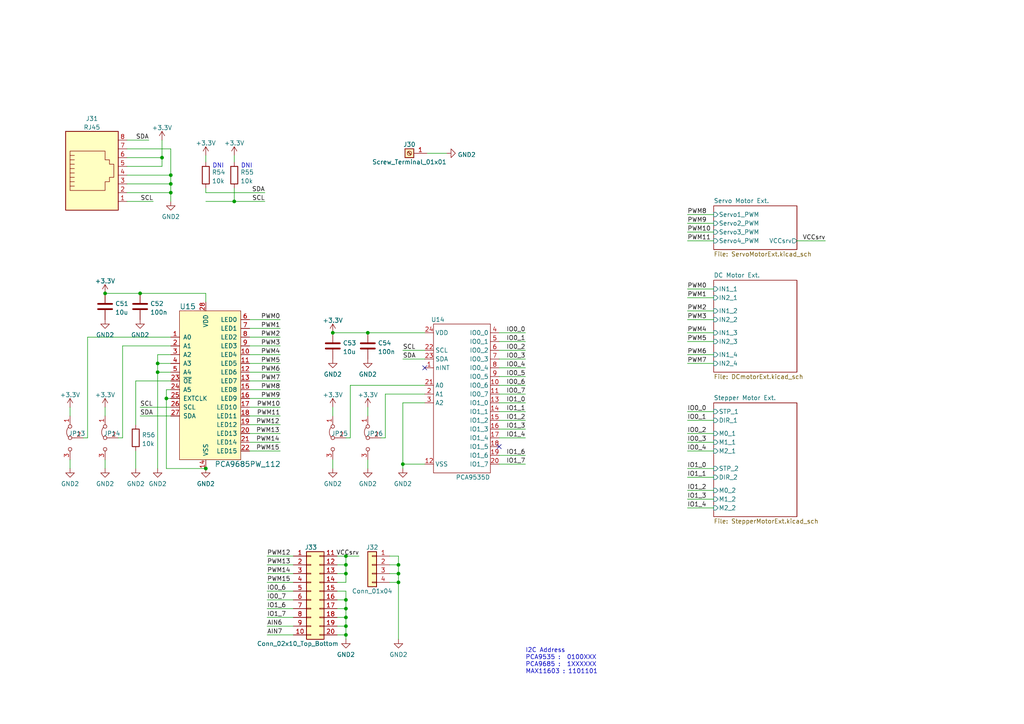
<source format=kicad_sch>
(kicad_sch (version 20211123) (generator eeschema)

  (uuid c9eb682e-86a2-4e12-ab71-6f0b3a04ba8c)

  (paper "A4")

  (lib_symbols
    (symbol "Connector:RJ45" (pin_names (offset 1.016)) (in_bom yes) (on_board yes)
      (property "Reference" "J" (id 0) (at -5.08 13.97 0)
        (effects (font (size 1.27 1.27)) (justify right))
      )
      (property "Value" "RJ45" (id 1) (at 2.54 13.97 0)
        (effects (font (size 1.27 1.27)) (justify left))
      )
      (property "Footprint" "" (id 2) (at 0 0.635 90)
        (effects (font (size 1.27 1.27)) hide)
      )
      (property "Datasheet" "~" (id 3) (at 0 0.635 90)
        (effects (font (size 1.27 1.27)) hide)
      )
      (property "ki_keywords" "8P8C RJ female connector" (id 4) (at 0 0 0)
        (effects (font (size 1.27 1.27)) hide)
      )
      (property "ki_description" "RJ connector, 8P8C (8 positions 8 connected)" (id 5) (at 0 0 0)
        (effects (font (size 1.27 1.27)) hide)
      )
      (property "ki_fp_filters" "8P8C* RJ31* RJ32* RJ33* RJ34* RJ35* RJ41* RJ45* RJ49* RJ61*" (id 6) (at 0 0 0)
        (effects (font (size 1.27 1.27)) hide)
      )
      (symbol "RJ45_0_1"
        (polyline
          (pts
            (xy -5.08 4.445)
            (xy -6.35 4.445)
          )
          (stroke (width 0) (type default) (color 0 0 0 0))
          (fill (type none))
        )
        (polyline
          (pts
            (xy -5.08 5.715)
            (xy -6.35 5.715)
          )
          (stroke (width 0) (type default) (color 0 0 0 0))
          (fill (type none))
        )
        (polyline
          (pts
            (xy -6.35 -3.175)
            (xy -5.08 -3.175)
            (xy -5.08 -3.175)
          )
          (stroke (width 0) (type default) (color 0 0 0 0))
          (fill (type none))
        )
        (polyline
          (pts
            (xy -6.35 -1.905)
            (xy -5.08 -1.905)
            (xy -5.08 -1.905)
          )
          (stroke (width 0) (type default) (color 0 0 0 0))
          (fill (type none))
        )
        (polyline
          (pts
            (xy -6.35 -0.635)
            (xy -5.08 -0.635)
            (xy -5.08 -0.635)
          )
          (stroke (width 0) (type default) (color 0 0 0 0))
          (fill (type none))
        )
        (polyline
          (pts
            (xy -6.35 0.635)
            (xy -5.08 0.635)
            (xy -5.08 0.635)
          )
          (stroke (width 0) (type default) (color 0 0 0 0))
          (fill (type none))
        )
        (polyline
          (pts
            (xy -6.35 1.905)
            (xy -5.08 1.905)
            (xy -5.08 1.905)
          )
          (stroke (width 0) (type default) (color 0 0 0 0))
          (fill (type none))
        )
        (polyline
          (pts
            (xy -5.08 3.175)
            (xy -6.35 3.175)
            (xy -6.35 3.175)
          )
          (stroke (width 0) (type default) (color 0 0 0 0))
          (fill (type none))
        )
        (polyline
          (pts
            (xy -6.35 -4.445)
            (xy -6.35 6.985)
            (xy 3.81 6.985)
            (xy 3.81 4.445)
            (xy 5.08 4.445)
            (xy 5.08 3.175)
            (xy 6.35 3.175)
            (xy 6.35 -0.635)
            (xy 5.08 -0.635)
            (xy 5.08 -1.905)
            (xy 3.81 -1.905)
            (xy 3.81 -4.445)
            (xy -6.35 -4.445)
            (xy -6.35 -4.445)
          )
          (stroke (width 0) (type default) (color 0 0 0 0))
          (fill (type none))
        )
        (rectangle (start 7.62 12.7) (end -7.62 -10.16)
          (stroke (width 0.254) (type default) (color 0 0 0 0))
          (fill (type background))
        )
      )
      (symbol "RJ45_1_1"
        (pin passive line (at 10.16 -7.62 180) (length 2.54)
          (name "~" (effects (font (size 1.27 1.27))))
          (number "1" (effects (font (size 1.27 1.27))))
        )
        (pin passive line (at 10.16 -5.08 180) (length 2.54)
          (name "~" (effects (font (size 1.27 1.27))))
          (number "2" (effects (font (size 1.27 1.27))))
        )
        (pin passive line (at 10.16 -2.54 180) (length 2.54)
          (name "~" (effects (font (size 1.27 1.27))))
          (number "3" (effects (font (size 1.27 1.27))))
        )
        (pin passive line (at 10.16 0 180) (length 2.54)
          (name "~" (effects (font (size 1.27 1.27))))
          (number "4" (effects (font (size 1.27 1.27))))
        )
        (pin passive line (at 10.16 2.54 180) (length 2.54)
          (name "~" (effects (font (size 1.27 1.27))))
          (number "5" (effects (font (size 1.27 1.27))))
        )
        (pin passive line (at 10.16 5.08 180) (length 2.54)
          (name "~" (effects (font (size 1.27 1.27))))
          (number "6" (effects (font (size 1.27 1.27))))
        )
        (pin passive line (at 10.16 7.62 180) (length 2.54)
          (name "~" (effects (font (size 1.27 1.27))))
          (number "7" (effects (font (size 1.27 1.27))))
        )
        (pin passive line (at 10.16 10.16 180) (length 2.54)
          (name "~" (effects (font (size 1.27 1.27))))
          (number "8" (effects (font (size 1.27 1.27))))
        )
      )
    )
    (symbol "Connector:Screw_Terminal_01x01" (pin_names (offset 1.016) hide) (in_bom yes) (on_board yes)
      (property "Reference" "J" (id 0) (at 0 2.54 0)
        (effects (font (size 1.27 1.27)))
      )
      (property "Value" "Screw_Terminal_01x01" (id 1) (at 0 -2.54 0)
        (effects (font (size 1.27 1.27)))
      )
      (property "Footprint" "" (id 2) (at 0 0 0)
        (effects (font (size 1.27 1.27)) hide)
      )
      (property "Datasheet" "~" (id 3) (at 0 0 0)
        (effects (font (size 1.27 1.27)) hide)
      )
      (property "ki_keywords" "screw terminal" (id 4) (at 0 0 0)
        (effects (font (size 1.27 1.27)) hide)
      )
      (property "ki_description" "Generic screw terminal, single row, 01x01, script generated (kicad-library-utils/schlib/autogen/connector/)" (id 5) (at 0 0 0)
        (effects (font (size 1.27 1.27)) hide)
      )
      (property "ki_fp_filters" "TerminalBlock*:*" (id 6) (at 0 0 0)
        (effects (font (size 1.27 1.27)) hide)
      )
      (symbol "Screw_Terminal_01x01_1_1"
        (rectangle (start -1.27 1.27) (end 1.27 -1.27)
          (stroke (width 0.254) (type default) (color 0 0 0 0))
          (fill (type background))
        )
        (polyline
          (pts
            (xy -0.5334 0.3302)
            (xy 0.3302 -0.508)
          )
          (stroke (width 0.1524) (type default) (color 0 0 0 0))
          (fill (type none))
        )
        (polyline
          (pts
            (xy -0.3556 0.508)
            (xy 0.508 -0.3302)
          )
          (stroke (width 0.1524) (type default) (color 0 0 0 0))
          (fill (type none))
        )
        (circle (center 0 0) (radius 0.635)
          (stroke (width 0.1524) (type default) (color 0 0 0 0))
          (fill (type none))
        )
        (pin passive line (at -5.08 0 0) (length 3.81)
          (name "Pin_1" (effects (font (size 1.27 1.27))))
          (number "1" (effects (font (size 1.27 1.27))))
        )
      )
    )
    (symbol "Connector_Generic:Conn_01x04" (pin_names (offset 1.016) hide) (in_bom yes) (on_board yes)
      (property "Reference" "J" (id 0) (at 0 5.08 0)
        (effects (font (size 1.27 1.27)))
      )
      (property "Value" "Conn_01x04" (id 1) (at 0 -7.62 0)
        (effects (font (size 1.27 1.27)))
      )
      (property "Footprint" "" (id 2) (at 0 0 0)
        (effects (font (size 1.27 1.27)) hide)
      )
      (property "Datasheet" "~" (id 3) (at 0 0 0)
        (effects (font (size 1.27 1.27)) hide)
      )
      (property "ki_keywords" "connector" (id 4) (at 0 0 0)
        (effects (font (size 1.27 1.27)) hide)
      )
      (property "ki_description" "Generic connector, single row, 01x04, script generated (kicad-library-utils/schlib/autogen/connector/)" (id 5) (at 0 0 0)
        (effects (font (size 1.27 1.27)) hide)
      )
      (property "ki_fp_filters" "Connector*:*_1x??_*" (id 6) (at 0 0 0)
        (effects (font (size 1.27 1.27)) hide)
      )
      (symbol "Conn_01x04_1_1"
        (rectangle (start -1.27 -4.953) (end 0 -5.207)
          (stroke (width 0.1524) (type default) (color 0 0 0 0))
          (fill (type none))
        )
        (rectangle (start -1.27 -2.413) (end 0 -2.667)
          (stroke (width 0.1524) (type default) (color 0 0 0 0))
          (fill (type none))
        )
        (rectangle (start -1.27 0.127) (end 0 -0.127)
          (stroke (width 0.1524) (type default) (color 0 0 0 0))
          (fill (type none))
        )
        (rectangle (start -1.27 2.667) (end 0 2.413)
          (stroke (width 0.1524) (type default) (color 0 0 0 0))
          (fill (type none))
        )
        (rectangle (start -1.27 3.81) (end 1.27 -6.35)
          (stroke (width 0.254) (type default) (color 0 0 0 0))
          (fill (type background))
        )
        (pin passive line (at -5.08 2.54 0) (length 3.81)
          (name "Pin_1" (effects (font (size 1.27 1.27))))
          (number "1" (effects (font (size 1.27 1.27))))
        )
        (pin passive line (at -5.08 0 0) (length 3.81)
          (name "Pin_2" (effects (font (size 1.27 1.27))))
          (number "2" (effects (font (size 1.27 1.27))))
        )
        (pin passive line (at -5.08 -2.54 0) (length 3.81)
          (name "Pin_3" (effects (font (size 1.27 1.27))))
          (number "3" (effects (font (size 1.27 1.27))))
        )
        (pin passive line (at -5.08 -5.08 0) (length 3.81)
          (name "Pin_4" (effects (font (size 1.27 1.27))))
          (number "4" (effects (font (size 1.27 1.27))))
        )
      )
    )
    (symbol "Connector_Generic:Conn_02x10_Top_Bottom" (pin_names (offset 1.016) hide) (in_bom yes) (on_board yes)
      (property "Reference" "J" (id 0) (at 1.27 12.7 0)
        (effects (font (size 1.27 1.27)))
      )
      (property "Value" "Conn_02x10_Top_Bottom" (id 1) (at 1.27 -15.24 0)
        (effects (font (size 1.27 1.27)))
      )
      (property "Footprint" "" (id 2) (at 0 0 0)
        (effects (font (size 1.27 1.27)) hide)
      )
      (property "Datasheet" "~" (id 3) (at 0 0 0)
        (effects (font (size 1.27 1.27)) hide)
      )
      (property "ki_keywords" "connector" (id 4) (at 0 0 0)
        (effects (font (size 1.27 1.27)) hide)
      )
      (property "ki_description" "Generic connector, double row, 02x10, top/bottom pin numbering scheme (row 1: 1...pins_per_row, row2: pins_per_row+1 ... num_pins), script generated (kicad-library-utils/schlib/autogen/connector/)" (id 5) (at 0 0 0)
        (effects (font (size 1.27 1.27)) hide)
      )
      (property "ki_fp_filters" "Connector*:*_2x??_*" (id 6) (at 0 0 0)
        (effects (font (size 1.27 1.27)) hide)
      )
      (symbol "Conn_02x10_Top_Bottom_1_1"
        (rectangle (start -1.27 -12.573) (end 0 -12.827)
          (stroke (width 0.1524) (type default) (color 0 0 0 0))
          (fill (type none))
        )
        (rectangle (start -1.27 -10.033) (end 0 -10.287)
          (stroke (width 0.1524) (type default) (color 0 0 0 0))
          (fill (type none))
        )
        (rectangle (start -1.27 -7.493) (end 0 -7.747)
          (stroke (width 0.1524) (type default) (color 0 0 0 0))
          (fill (type none))
        )
        (rectangle (start -1.27 -4.953) (end 0 -5.207)
          (stroke (width 0.1524) (type default) (color 0 0 0 0))
          (fill (type none))
        )
        (rectangle (start -1.27 -2.413) (end 0 -2.667)
          (stroke (width 0.1524) (type default) (color 0 0 0 0))
          (fill (type none))
        )
        (rectangle (start -1.27 0.127) (end 0 -0.127)
          (stroke (width 0.1524) (type default) (color 0 0 0 0))
          (fill (type none))
        )
        (rectangle (start -1.27 2.667) (end 0 2.413)
          (stroke (width 0.1524) (type default) (color 0 0 0 0))
          (fill (type none))
        )
        (rectangle (start -1.27 5.207) (end 0 4.953)
          (stroke (width 0.1524) (type default) (color 0 0 0 0))
          (fill (type none))
        )
        (rectangle (start -1.27 7.747) (end 0 7.493)
          (stroke (width 0.1524) (type default) (color 0 0 0 0))
          (fill (type none))
        )
        (rectangle (start -1.27 10.287) (end 0 10.033)
          (stroke (width 0.1524) (type default) (color 0 0 0 0))
          (fill (type none))
        )
        (rectangle (start -1.27 11.43) (end 3.81 -13.97)
          (stroke (width 0.254) (type default) (color 0 0 0 0))
          (fill (type background))
        )
        (rectangle (start 3.81 -12.573) (end 2.54 -12.827)
          (stroke (width 0.1524) (type default) (color 0 0 0 0))
          (fill (type none))
        )
        (rectangle (start 3.81 -10.033) (end 2.54 -10.287)
          (stroke (width 0.1524) (type default) (color 0 0 0 0))
          (fill (type none))
        )
        (rectangle (start 3.81 -7.493) (end 2.54 -7.747)
          (stroke (width 0.1524) (type default) (color 0 0 0 0))
          (fill (type none))
        )
        (rectangle (start 3.81 -4.953) (end 2.54 -5.207)
          (stroke (width 0.1524) (type default) (color 0 0 0 0))
          (fill (type none))
        )
        (rectangle (start 3.81 -2.413) (end 2.54 -2.667)
          (stroke (width 0.1524) (type default) (color 0 0 0 0))
          (fill (type none))
        )
        (rectangle (start 3.81 0.127) (end 2.54 -0.127)
          (stroke (width 0.1524) (type default) (color 0 0 0 0))
          (fill (type none))
        )
        (rectangle (start 3.81 2.667) (end 2.54 2.413)
          (stroke (width 0.1524) (type default) (color 0 0 0 0))
          (fill (type none))
        )
        (rectangle (start 3.81 5.207) (end 2.54 4.953)
          (stroke (width 0.1524) (type default) (color 0 0 0 0))
          (fill (type none))
        )
        (rectangle (start 3.81 7.747) (end 2.54 7.493)
          (stroke (width 0.1524) (type default) (color 0 0 0 0))
          (fill (type none))
        )
        (rectangle (start 3.81 10.287) (end 2.54 10.033)
          (stroke (width 0.1524) (type default) (color 0 0 0 0))
          (fill (type none))
        )
        (pin passive line (at -5.08 10.16 0) (length 3.81)
          (name "Pin_1" (effects (font (size 1.27 1.27))))
          (number "1" (effects (font (size 1.27 1.27))))
        )
        (pin passive line (at -5.08 -12.7 0) (length 3.81)
          (name "Pin_10" (effects (font (size 1.27 1.27))))
          (number "10" (effects (font (size 1.27 1.27))))
        )
        (pin passive line (at 7.62 10.16 180) (length 3.81)
          (name "Pin_11" (effects (font (size 1.27 1.27))))
          (number "11" (effects (font (size 1.27 1.27))))
        )
        (pin passive line (at 7.62 7.62 180) (length 3.81)
          (name "Pin_12" (effects (font (size 1.27 1.27))))
          (number "12" (effects (font (size 1.27 1.27))))
        )
        (pin passive line (at 7.62 5.08 180) (length 3.81)
          (name "Pin_13" (effects (font (size 1.27 1.27))))
          (number "13" (effects (font (size 1.27 1.27))))
        )
        (pin passive line (at 7.62 2.54 180) (length 3.81)
          (name "Pin_14" (effects (font (size 1.27 1.27))))
          (number "14" (effects (font (size 1.27 1.27))))
        )
        (pin passive line (at 7.62 0 180) (length 3.81)
          (name "Pin_15" (effects (font (size 1.27 1.27))))
          (number "15" (effects (font (size 1.27 1.27))))
        )
        (pin passive line (at 7.62 -2.54 180) (length 3.81)
          (name "Pin_16" (effects (font (size 1.27 1.27))))
          (number "16" (effects (font (size 1.27 1.27))))
        )
        (pin passive line (at 7.62 -5.08 180) (length 3.81)
          (name "Pin_17" (effects (font (size 1.27 1.27))))
          (number "17" (effects (font (size 1.27 1.27))))
        )
        (pin passive line (at 7.62 -7.62 180) (length 3.81)
          (name "Pin_18" (effects (font (size 1.27 1.27))))
          (number "18" (effects (font (size 1.27 1.27))))
        )
        (pin passive line (at 7.62 -10.16 180) (length 3.81)
          (name "Pin_19" (effects (font (size 1.27 1.27))))
          (number "19" (effects (font (size 1.27 1.27))))
        )
        (pin passive line (at -5.08 7.62 0) (length 3.81)
          (name "Pin_2" (effects (font (size 1.27 1.27))))
          (number "2" (effects (font (size 1.27 1.27))))
        )
        (pin passive line (at 7.62 -12.7 180) (length 3.81)
          (name "Pin_20" (effects (font (size 1.27 1.27))))
          (number "20" (effects (font (size 1.27 1.27))))
        )
        (pin passive line (at -5.08 5.08 0) (length 3.81)
          (name "Pin_3" (effects (font (size 1.27 1.27))))
          (number "3" (effects (font (size 1.27 1.27))))
        )
        (pin passive line (at -5.08 2.54 0) (length 3.81)
          (name "Pin_4" (effects (font (size 1.27 1.27))))
          (number "4" (effects (font (size 1.27 1.27))))
        )
        (pin passive line (at -5.08 0 0) (length 3.81)
          (name "Pin_5" (effects (font (size 1.27 1.27))))
          (number "5" (effects (font (size 1.27 1.27))))
        )
        (pin passive line (at -5.08 -2.54 0) (length 3.81)
          (name "Pin_6" (effects (font (size 1.27 1.27))))
          (number "6" (effects (font (size 1.27 1.27))))
        )
        (pin passive line (at -5.08 -5.08 0) (length 3.81)
          (name "Pin_7" (effects (font (size 1.27 1.27))))
          (number "7" (effects (font (size 1.27 1.27))))
        )
        (pin passive line (at -5.08 -7.62 0) (length 3.81)
          (name "Pin_8" (effects (font (size 1.27 1.27))))
          (number "8" (effects (font (size 1.27 1.27))))
        )
        (pin passive line (at -5.08 -10.16 0) (length 3.81)
          (name "Pin_9" (effects (font (size 1.27 1.27))))
          (number "9" (effects (font (size 1.27 1.27))))
        )
      )
    )
    (symbol "Device:C" (pin_numbers hide) (pin_names (offset 0.254)) (in_bom yes) (on_board yes)
      (property "Reference" "C" (id 0) (at 0.635 2.54 0)
        (effects (font (size 1.27 1.27)) (justify left))
      )
      (property "Value" "C" (id 1) (at 0.635 -2.54 0)
        (effects (font (size 1.27 1.27)) (justify left))
      )
      (property "Footprint" "" (id 2) (at 0.9652 -3.81 0)
        (effects (font (size 1.27 1.27)) hide)
      )
      (property "Datasheet" "~" (id 3) (at 0 0 0)
        (effects (font (size 1.27 1.27)) hide)
      )
      (property "ki_keywords" "cap capacitor" (id 4) (at 0 0 0)
        (effects (font (size 1.27 1.27)) hide)
      )
      (property "ki_description" "Unpolarized capacitor" (id 5) (at 0 0 0)
        (effects (font (size 1.27 1.27)) hide)
      )
      (property "ki_fp_filters" "C_*" (id 6) (at 0 0 0)
        (effects (font (size 1.27 1.27)) hide)
      )
      (symbol "C_0_1"
        (polyline
          (pts
            (xy -2.032 -0.762)
            (xy 2.032 -0.762)
          )
          (stroke (width 0.508) (type default) (color 0 0 0 0))
          (fill (type none))
        )
        (polyline
          (pts
            (xy -2.032 0.762)
            (xy 2.032 0.762)
          )
          (stroke (width 0.508) (type default) (color 0 0 0 0))
          (fill (type none))
        )
      )
      (symbol "C_1_1"
        (pin passive line (at 0 3.81 270) (length 2.794)
          (name "~" (effects (font (size 1.27 1.27))))
          (number "1" (effects (font (size 1.27 1.27))))
        )
        (pin passive line (at 0 -3.81 90) (length 2.794)
          (name "~" (effects (font (size 1.27 1.27))))
          (number "2" (effects (font (size 1.27 1.27))))
        )
      )
    )
    (symbol "Device:R" (pin_numbers hide) (pin_names (offset 0)) (in_bom yes) (on_board yes)
      (property "Reference" "R" (id 0) (at 2.032 0 90)
        (effects (font (size 1.27 1.27)))
      )
      (property "Value" "R" (id 1) (at 0 0 90)
        (effects (font (size 1.27 1.27)))
      )
      (property "Footprint" "" (id 2) (at -1.778 0 90)
        (effects (font (size 1.27 1.27)) hide)
      )
      (property "Datasheet" "~" (id 3) (at 0 0 0)
        (effects (font (size 1.27 1.27)) hide)
      )
      (property "ki_keywords" "R res resistor" (id 4) (at 0 0 0)
        (effects (font (size 1.27 1.27)) hide)
      )
      (property "ki_description" "Resistor" (id 5) (at 0 0 0)
        (effects (font (size 1.27 1.27)) hide)
      )
      (property "ki_fp_filters" "R_*" (id 6) (at 0 0 0)
        (effects (font (size 1.27 1.27)) hide)
      )
      (symbol "R_0_1"
        (rectangle (start -1.016 -2.54) (end 1.016 2.54)
          (stroke (width 0.254) (type default) (color 0 0 0 0))
          (fill (type none))
        )
      )
      (symbol "R_1_1"
        (pin passive line (at 0 3.81 270) (length 1.27)
          (name "~" (effects (font (size 1.27 1.27))))
          (number "1" (effects (font (size 1.27 1.27))))
        )
        (pin passive line (at 0 -3.81 90) (length 1.27)
          (name "~" (effects (font (size 1.27 1.27))))
          (number "2" (effects (font (size 1.27 1.27))))
        )
      )
    )
    (symbol "Jumper:Jumper_3_Bridged12" (pin_names (offset 0) hide) (in_bom yes) (on_board yes)
      (property "Reference" "JP" (id 0) (at -2.54 -2.54 0)
        (effects (font (size 1.27 1.27)))
      )
      (property "Value" "Jumper_3_Bridged12" (id 1) (at 0 2.794 0)
        (effects (font (size 1.27 1.27)))
      )
      (property "Footprint" "" (id 2) (at 0 0 0)
        (effects (font (size 1.27 1.27)) hide)
      )
      (property "Datasheet" "~" (id 3) (at 0 0 0)
        (effects (font (size 1.27 1.27)) hide)
      )
      (property "ki_keywords" "Jumper SPDT" (id 4) (at 0 0 0)
        (effects (font (size 1.27 1.27)) hide)
      )
      (property "ki_description" "Jumper, 3-pole, pins 1+2 closed/bridged" (id 5) (at 0 0 0)
        (effects (font (size 1.27 1.27)) hide)
      )
      (property "ki_fp_filters" "Jumper* TestPoint*3Pads* TestPoint*Bridge*" (id 6) (at 0 0 0)
        (effects (font (size 1.27 1.27)) hide)
      )
      (symbol "Jumper_3_Bridged12_0_0"
        (circle (center -3.302 0) (radius 0.508)
          (stroke (width 0) (type default) (color 0 0 0 0))
          (fill (type none))
        )
        (circle (center 0 0) (radius 0.508)
          (stroke (width 0) (type default) (color 0 0 0 0))
          (fill (type none))
        )
        (circle (center 3.302 0) (radius 0.508)
          (stroke (width 0) (type default) (color 0 0 0 0))
          (fill (type none))
        )
      )
      (symbol "Jumper_3_Bridged12_0_1"
        (arc (start -0.254 0.508) (mid -1.651 0.9912) (end -3.048 0.508)
          (stroke (width 0) (type default) (color 0 0 0 0))
          (fill (type none))
        )
        (polyline
          (pts
            (xy 0 -1.27)
            (xy 0 -0.508)
          )
          (stroke (width 0) (type default) (color 0 0 0 0))
          (fill (type none))
        )
      )
      (symbol "Jumper_3_Bridged12_1_1"
        (pin passive line (at -6.35 0 0) (length 2.54)
          (name "A" (effects (font (size 1.27 1.27))))
          (number "1" (effects (font (size 1.27 1.27))))
        )
        (pin passive line (at 0 -3.81 90) (length 2.54)
          (name "C" (effects (font (size 1.27 1.27))))
          (number "2" (effects (font (size 1.27 1.27))))
        )
        (pin passive line (at 6.35 0 180) (length 2.54)
          (name "B" (effects (font (size 1.27 1.27))))
          (number "3" (effects (font (size 1.27 1.27))))
        )
      )
    )
    (symbol "MASA:PCA9535D" (in_bom yes) (on_board yes)
      (property "Reference" "U" (id 0) (at -6.35 1.27 0)
        (effects (font (size 1.27 1.27)))
      )
      (property "Value" "PCA9535D" (id 1) (at 3.81 -44.45 0)
        (effects (font (size 1.27 1.27)))
      )
      (property "Footprint" "" (id 2) (at 0 0 0)
        (effects (font (size 1.27 1.27)) hide)
      )
      (property "Datasheet" "https://www.nxp.com/docs/en/data-sheet/PCA9535_PCA9535C.pdf" (id 3) (at 0 0 0)
        (effects (font (size 1.27 1.27)) hide)
      )
      (symbol "PCA9535D_0_1"
        (rectangle (start -7.62 0) (end 8.89 -43.18)
          (stroke (width 0.1524) (type default) (color 0 0 0 0))
          (fill (type none))
        )
      )
      (symbol "PCA9535D_1_1"
        (pin output line (at -10.16 -12.7 0) (length 2.54)
          (name "nINT" (effects (font (size 1.27 1.27))))
          (number "1" (effects (font (size 1.27 1.27))))
        )
        (pin bidirectional line (at 11.43 -17.78 180) (length 2.54)
          (name "IO0_6" (effects (font (size 1.27 1.27))))
          (number "10" (effects (font (size 1.27 1.27))))
        )
        (pin bidirectional line (at 11.43 -20.32 180) (length 2.54)
          (name "IO0_7" (effects (font (size 1.27 1.27))))
          (number "11" (effects (font (size 1.27 1.27))))
        )
        (pin power_in line (at -10.16 -40.64 0) (length 2.54)
          (name "VSS" (effects (font (size 1.27 1.27))))
          (number "12" (effects (font (size 1.27 1.27))))
        )
        (pin bidirectional line (at 11.43 -22.86 180) (length 2.54)
          (name "IO1_0" (effects (font (size 1.27 1.27))))
          (number "13" (effects (font (size 1.27 1.27))))
        )
        (pin bidirectional line (at 11.43 -25.4 180) (length 2.54)
          (name "IO1_1" (effects (font (size 1.27 1.27))))
          (number "14" (effects (font (size 1.27 1.27))))
        )
        (pin bidirectional line (at 11.43 -27.94 180) (length 2.54)
          (name "IO1_2" (effects (font (size 1.27 1.27))))
          (number "15" (effects (font (size 1.27 1.27))))
        )
        (pin bidirectional line (at 11.43 -30.48 180) (length 2.54)
          (name "IO1_3" (effects (font (size 1.27 1.27))))
          (number "16" (effects (font (size 1.27 1.27))))
        )
        (pin bidirectional line (at 11.43 -33.02 180) (length 2.54)
          (name "IO1_4" (effects (font (size 1.27 1.27))))
          (number "17" (effects (font (size 1.27 1.27))))
        )
        (pin bidirectional line (at 11.43 -35.56 180) (length 2.54)
          (name "IO1_5" (effects (font (size 1.27 1.27))))
          (number "18" (effects (font (size 1.27 1.27))))
        )
        (pin bidirectional line (at 11.43 -38.1 180) (length 2.54)
          (name "IO1_6" (effects (font (size 1.27 1.27))))
          (number "19" (effects (font (size 1.27 1.27))))
        )
        (pin passive line (at -10.16 -20.32 0) (length 2.54)
          (name "A1" (effects (font (size 1.27 1.27))))
          (number "2" (effects (font (size 1.27 1.27))))
        )
        (pin bidirectional line (at 11.43 -40.64 180) (length 2.54)
          (name "IO1_7" (effects (font (size 1.27 1.27))))
          (number "20" (effects (font (size 1.27 1.27))))
        )
        (pin passive line (at -10.16 -17.78 0) (length 2.54)
          (name "A0" (effects (font (size 1.27 1.27))))
          (number "21" (effects (font (size 1.27 1.27))))
        )
        (pin bidirectional line (at -10.16 -7.62 0) (length 2.54)
          (name "SCL" (effects (font (size 1.27 1.27))))
          (number "22" (effects (font (size 1.27 1.27))))
        )
        (pin bidirectional line (at -10.16 -10.16 0) (length 2.54)
          (name "SDA" (effects (font (size 1.27 1.27))))
          (number "23" (effects (font (size 1.27 1.27))))
        )
        (pin power_in line (at -10.16 -2.54 0) (length 2.54)
          (name "VDD" (effects (font (size 1.27 1.27))))
          (number "24" (effects (font (size 1.27 1.27))))
        )
        (pin passive line (at -10.16 -22.86 0) (length 2.54)
          (name "A2" (effects (font (size 1.27 1.27))))
          (number "3" (effects (font (size 1.27 1.27))))
        )
        (pin bidirectional line (at 11.43 -2.54 180) (length 2.54)
          (name "IO0_0" (effects (font (size 1.27 1.27))))
          (number "4" (effects (font (size 1.27 1.27))))
        )
        (pin bidirectional line (at 11.43 -5.08 180) (length 2.54)
          (name "IO0_1" (effects (font (size 1.27 1.27))))
          (number "5" (effects (font (size 1.27 1.27))))
        )
        (pin bidirectional line (at 11.43 -7.62 180) (length 2.54)
          (name "IO0_2" (effects (font (size 1.27 1.27))))
          (number "6" (effects (font (size 1.27 1.27))))
        )
        (pin bidirectional line (at 11.43 -10.16 180) (length 2.54)
          (name "IO0_3" (effects (font (size 1.27 1.27))))
          (number "7" (effects (font (size 1.27 1.27))))
        )
        (pin bidirectional line (at 11.43 -12.7 180) (length 2.54)
          (name "IO0_4" (effects (font (size 1.27 1.27))))
          (number "8" (effects (font (size 1.27 1.27))))
        )
        (pin bidirectional line (at 11.43 -15.24 180) (length 2.54)
          (name "IO0_5" (effects (font (size 1.27 1.27))))
          (number "9" (effects (font (size 1.27 1.27))))
        )
      )
    )
    (symbol "dk_PMIC-LED-Drivers:PCA9685PW_112" (pin_names (offset 1.016)) (in_bom yes) (on_board yes)
      (property "Reference" "U" (id 0) (at -7.62 21.336 0)
        (effects (font (size 1.524 1.524)) (justify right))
      )
      (property "Value" "PCA9685PW_112" (id 1) (at 0 0 90)
        (effects (font (size 1.524 1.524)))
      )
      (property "Footprint" "digikey-footprints:TSSOP-28_W4.40mm" (id 2) (at 5.08 5.08 0)
        (effects (font (size 1.524 1.524)) (justify left) hide)
      )
      (property "Datasheet" "https://www.nxp.com/docs/en/data-sheet/PCA9685.pdf" (id 3) (at 5.08 7.62 0)
        (effects (font (size 1.524 1.524)) (justify left) hide)
      )
      (property "Digi-Key_PN" "568-8366-5-ND" (id 4) (at 5.08 10.16 0)
        (effects (font (size 1.524 1.524)) (justify left) hide)
      )
      (property "MPN" "PCA9685PW,112" (id 5) (at 5.08 12.7 0)
        (effects (font (size 1.524 1.524)) (justify left) hide)
      )
      (property "Category" "Integrated Circuits (ICs)" (id 6) (at 5.08 15.24 0)
        (effects (font (size 1.524 1.524)) (justify left) hide)
      )
      (property "Family" "PMIC - LED Drivers" (id 7) (at 5.08 17.78 0)
        (effects (font (size 1.524 1.524)) (justify left) hide)
      )
      (property "DK_Datasheet_Link" "https://www.nxp.com/docs/en/data-sheet/PCA9685.pdf" (id 8) (at 5.08 20.32 0)
        (effects (font (size 1.524 1.524)) (justify left) hide)
      )
      (property "DK_Detail_Page" "/product-detail/en/nxp-usa-inc/PCA9685PW,112/568-8366-5-ND/2034324" (id 9) (at 5.08 22.86 0)
        (effects (font (size 1.524 1.524)) (justify left) hide)
      )
      (property "Description" "IC LED DRVR LIN DIM 25MA 28TSSOP" (id 10) (at 5.08 25.4 0)
        (effects (font (size 1.524 1.524)) (justify left) hide)
      )
      (property "Manufacturer" "NXP USA Inc." (id 11) (at 5.08 27.94 0)
        (effects (font (size 1.524 1.524)) (justify left) hide)
      )
      (property "Status" "Active" (id 12) (at 5.08 30.48 0)
        (effects (font (size 1.524 1.524)) (justify left) hide)
      )
      (property "ki_keywords" "568-8366-5-ND" (id 13) (at 0 0 0)
        (effects (font (size 1.27 1.27)) hide)
      )
      (property "ki_description" "IC LED DRVR LIN DIM 25MA 28TSSOP" (id 14) (at 0 0 0)
        (effects (font (size 1.27 1.27)) hide)
      )
      (symbol "PCA9685PW_112_0_1"
        (rectangle (start -10.16 20.32) (end 7.62 -22.86)
          (stroke (width 0) (type default) (color 0 0 0 0))
          (fill (type background))
        )
      )
      (symbol "PCA9685PW_112_1_1"
        (pin input line (at -12.7 12.7 0) (length 2.54)
          (name "A0" (effects (font (size 1.27 1.27))))
          (number "1" (effects (font (size 1.27 1.27))))
        )
        (pin power_out line (at 10.16 7.62 180) (length 2.54)
          (name "LED4" (effects (font (size 1.27 1.27))))
          (number "10" (effects (font (size 1.27 1.27))))
        )
        (pin power_out line (at 10.16 5.08 180) (length 2.54)
          (name "LED5" (effects (font (size 1.27 1.27))))
          (number "11" (effects (font (size 1.27 1.27))))
        )
        (pin power_out line (at 10.16 2.54 180) (length 2.54)
          (name "LED6" (effects (font (size 1.27 1.27))))
          (number "12" (effects (font (size 1.27 1.27))))
        )
        (pin power_out line (at 10.16 0 180) (length 2.54)
          (name "LED7" (effects (font (size 1.27 1.27))))
          (number "13" (effects (font (size 1.27 1.27))))
        )
        (pin power_in line (at -2.54 -25.4 90) (length 2.54)
          (name "VSS" (effects (font (size 1.27 1.27))))
          (number "14" (effects (font (size 1.27 1.27))))
        )
        (pin power_out line (at 10.16 -2.54 180) (length 2.54)
          (name "LED8" (effects (font (size 1.27 1.27))))
          (number "15" (effects (font (size 1.27 1.27))))
        )
        (pin power_out line (at 10.16 -5.08 180) (length 2.54)
          (name "LED9" (effects (font (size 1.27 1.27))))
          (number "16" (effects (font (size 1.27 1.27))))
        )
        (pin power_out line (at 10.16 -7.62 180) (length 2.54)
          (name "LED10" (effects (font (size 1.27 1.27))))
          (number "17" (effects (font (size 1.27 1.27))))
        )
        (pin power_out line (at 10.16 -10.16 180) (length 2.54)
          (name "LED11" (effects (font (size 1.27 1.27))))
          (number "18" (effects (font (size 1.27 1.27))))
        )
        (pin power_out line (at 10.16 -12.7 180) (length 2.54)
          (name "LED12" (effects (font (size 1.27 1.27))))
          (number "19" (effects (font (size 1.27 1.27))))
        )
        (pin input line (at -12.7 10.16 0) (length 2.54)
          (name "A1" (effects (font (size 1.27 1.27))))
          (number "2" (effects (font (size 1.27 1.27))))
        )
        (pin power_out line (at 10.16 -15.24 180) (length 2.54)
          (name "LED13" (effects (font (size 1.27 1.27))))
          (number "20" (effects (font (size 1.27 1.27))))
        )
        (pin power_out line (at 10.16 -17.78 180) (length 2.54)
          (name "LED14" (effects (font (size 1.27 1.27))))
          (number "21" (effects (font (size 1.27 1.27))))
        )
        (pin power_out line (at 10.16 -20.32 180) (length 2.54)
          (name "LED15" (effects (font (size 1.27 1.27))))
          (number "22" (effects (font (size 1.27 1.27))))
        )
        (pin input line (at -12.7 0 0) (length 2.54)
          (name "~{OE}" (effects (font (size 1.27 1.27))))
          (number "23" (effects (font (size 1.27 1.27))))
        )
        (pin input line (at -12.7 -2.54 0) (length 2.54)
          (name "A5" (effects (font (size 1.27 1.27))))
          (number "24" (effects (font (size 1.27 1.27))))
        )
        (pin input line (at -12.7 -5.08 0) (length 2.54)
          (name "EXTCLK" (effects (font (size 1.27 1.27))))
          (number "25" (effects (font (size 1.27 1.27))))
        )
        (pin input line (at -12.7 -7.62 0) (length 2.54)
          (name "SCL" (effects (font (size 1.27 1.27))))
          (number "26" (effects (font (size 1.27 1.27))))
        )
        (pin bidirectional line (at -12.7 -10.16 0) (length 2.54)
          (name "SDA" (effects (font (size 1.27 1.27))))
          (number "27" (effects (font (size 1.27 1.27))))
        )
        (pin power_in line (at -2.54 22.86 270) (length 2.54)
          (name "VDD" (effects (font (size 1.27 1.27))))
          (number "28" (effects (font (size 1.27 1.27))))
        )
        (pin input line (at -12.7 7.62 0) (length 2.54)
          (name "A2" (effects (font (size 1.27 1.27))))
          (number "3" (effects (font (size 1.27 1.27))))
        )
        (pin input line (at -12.7 5.08 0) (length 2.54)
          (name "A3" (effects (font (size 1.27 1.27))))
          (number "4" (effects (font (size 1.27 1.27))))
        )
        (pin input line (at -12.7 2.54 0) (length 2.54)
          (name "A4" (effects (font (size 1.27 1.27))))
          (number "5" (effects (font (size 1.27 1.27))))
        )
        (pin power_out line (at 10.16 17.78 180) (length 2.54)
          (name "LED0" (effects (font (size 1.27 1.27))))
          (number "6" (effects (font (size 1.27 1.27))))
        )
        (pin power_out line (at 10.16 15.24 180) (length 2.54)
          (name "LED1" (effects (font (size 1.27 1.27))))
          (number "7" (effects (font (size 1.27 1.27))))
        )
        (pin power_out line (at 10.16 12.7 180) (length 2.54)
          (name "LED2" (effects (font (size 1.27 1.27))))
          (number "8" (effects (font (size 1.27 1.27))))
        )
        (pin power_out line (at 10.16 10.16 180) (length 2.54)
          (name "LED3" (effects (font (size 1.27 1.27))))
          (number "9" (effects (font (size 1.27 1.27))))
        )
      )
    )
    (symbol "power:+3.3V" (power) (pin_names (offset 0)) (in_bom yes) (on_board yes)
      (property "Reference" "#PWR" (id 0) (at 0 -3.81 0)
        (effects (font (size 1.27 1.27)) hide)
      )
      (property "Value" "+3.3V" (id 1) (at 0 3.556 0)
        (effects (font (size 1.27 1.27)))
      )
      (property "Footprint" "" (id 2) (at 0 0 0)
        (effects (font (size 1.27 1.27)) hide)
      )
      (property "Datasheet" "" (id 3) (at 0 0 0)
        (effects (font (size 1.27 1.27)) hide)
      )
      (property "ki_keywords" "power-flag" (id 4) (at 0 0 0)
        (effects (font (size 1.27 1.27)) hide)
      )
      (property "ki_description" "Power symbol creates a global label with name \"+3.3V\"" (id 5) (at 0 0 0)
        (effects (font (size 1.27 1.27)) hide)
      )
      (symbol "+3.3V_0_1"
        (polyline
          (pts
            (xy -0.762 1.27)
            (xy 0 2.54)
          )
          (stroke (width 0) (type default) (color 0 0 0 0))
          (fill (type none))
        )
        (polyline
          (pts
            (xy 0 0)
            (xy 0 2.54)
          )
          (stroke (width 0) (type default) (color 0 0 0 0))
          (fill (type none))
        )
        (polyline
          (pts
            (xy 0 2.54)
            (xy 0.762 1.27)
          )
          (stroke (width 0) (type default) (color 0 0 0 0))
          (fill (type none))
        )
      )
      (symbol "+3.3V_1_1"
        (pin power_in line (at 0 0 90) (length 0) hide
          (name "+3.3V" (effects (font (size 1.27 1.27))))
          (number "1" (effects (font (size 1.27 1.27))))
        )
      )
    )
    (symbol "power:GND2" (power) (pin_names (offset 0)) (in_bom yes) (on_board yes)
      (property "Reference" "#PWR" (id 0) (at 0 -6.35 0)
        (effects (font (size 1.27 1.27)) hide)
      )
      (property "Value" "GND2" (id 1) (at 0 -3.81 0)
        (effects (font (size 1.27 1.27)))
      )
      (property "Footprint" "" (id 2) (at 0 0 0)
        (effects (font (size 1.27 1.27)) hide)
      )
      (property "Datasheet" "" (id 3) (at 0 0 0)
        (effects (font (size 1.27 1.27)) hide)
      )
      (property "ki_keywords" "power-flag" (id 4) (at 0 0 0)
        (effects (font (size 1.27 1.27)) hide)
      )
      (property "ki_description" "Power symbol creates a global label with name \"GND2\" , ground" (id 5) (at 0 0 0)
        (effects (font (size 1.27 1.27)) hide)
      )
      (symbol "GND2_0_1"
        (polyline
          (pts
            (xy 0 0)
            (xy 0 -1.27)
            (xy 1.27 -1.27)
            (xy 0 -2.54)
            (xy -1.27 -1.27)
            (xy 0 -1.27)
          )
          (stroke (width 0) (type default) (color 0 0 0 0))
          (fill (type none))
        )
      )
      (symbol "GND2_1_1"
        (pin power_in line (at 0 0 270) (length 0) hide
          (name "GND2" (effects (font (size 1.27 1.27))))
          (number "1" (effects (font (size 1.27 1.27))))
        )
      )
    )
  )

  (junction (at 45.72 105.41) (diameter 0) (color 0 0 0 0)
    (uuid 0f612a83-c2fb-4f6b-8b6b-4c4a4c3a8e8d)
  )
  (junction (at 67.945 58.42) (diameter 0) (color 0 0 0 0)
    (uuid 1b8eb6bc-a1c5-46f7-97b6-3ee2afe0e2c7)
  )
  (junction (at 49.53 53.34) (diameter 0) (color 0 0 0 0)
    (uuid 20aa162b-8ddd-433f-9a14-be99f1153bb5)
  )
  (junction (at 100.33 173.99) (diameter 0) (color 0 0 0 0)
    (uuid 28499e7e-da65-463f-aa0f-b7ef8a6bd392)
  )
  (junction (at 115.57 166.37) (diameter 0) (color 0 0 0 0)
    (uuid 2f02f26b-1634-4325-9093-b80f70a4fa04)
  )
  (junction (at 48.26 115.57) (diameter 0) (color 0 0 0 0)
    (uuid 47dc2b04-19b1-4d05-bc1c-60c4be22d6d5)
  )
  (junction (at 116.84 134.62) (diameter 0) (color 0 0 0 0)
    (uuid 6113905b-b3df-4ddd-bde2-07d4eacb0a0e)
  )
  (junction (at 40.64 85.09) (diameter 0) (color 0 0 0 0)
    (uuid 66004a06-b12a-4b1a-af58-cf9c2b5b8db8)
  )
  (junction (at 49.53 50.8) (diameter 0) (color 0 0 0 0)
    (uuid 671c992b-e634-49e2-b5c3-98d10a743eaf)
  )
  (junction (at 100.33 163.83) (diameter 0) (color 0 0 0 0)
    (uuid 6cf964ca-87ba-4d38-89f3-e1e33c1f16dd)
  )
  (junction (at 115.57 168.91) (diameter 0) (color 0 0 0 0)
    (uuid 7ae58cb8-58df-4e0a-9b33-acba1b56f86e)
  )
  (junction (at 100.33 166.37) (diameter 0) (color 0 0 0 0)
    (uuid 7b704e49-873a-4691-b345-1beb58778d34)
  )
  (junction (at 115.57 163.83) (diameter 0) (color 0 0 0 0)
    (uuid 87e30d5c-db19-4087-8304-dfd0f8e6f5fc)
  )
  (junction (at 59.69 135.89) (diameter 0) (color 0 0 0 0)
    (uuid 9133dbe8-78c8-48a5-9b13-428587342d66)
  )
  (junction (at 96.52 96.52) (diameter 0) (color 0 0 0 0)
    (uuid 9222c0a5-1c6e-47bc-8d19-053b5bc50463)
  )
  (junction (at 100.33 181.61) (diameter 0) (color 0 0 0 0)
    (uuid 94a1c121-78dc-4a78-a734-6c0b1e97a7c4)
  )
  (junction (at 45.72 107.95) (diameter 0) (color 0 0 0 0)
    (uuid 9b79434b-b019-4b8d-b8c8-a577033b42a7)
  )
  (junction (at 30.48 85.09) (diameter 0) (color 0 0 0 0)
    (uuid a6f722bf-5395-4d84-9cc9-0ebc4f828b74)
  )
  (junction (at 100.33 184.15) (diameter 0) (color 0 0 0 0)
    (uuid dfb3499e-0cee-4ddf-aa7a-4ba00065f1e6)
  )
  (junction (at 49.53 55.88) (diameter 0) (color 0 0 0 0)
    (uuid e36cde4b-92e5-4e71-bc03-2d961735aefa)
  )
  (junction (at 100.33 179.07) (diameter 0) (color 0 0 0 0)
    (uuid e6528408-351e-46e3-9f11-9b930eec6b73)
  )
  (junction (at 100.33 176.53) (diameter 0) (color 0 0 0 0)
    (uuid e83557e2-5a0d-4005-99f6-ba3a19dda8e7)
  )
  (junction (at 100.33 161.29) (diameter 0) (color 0 0 0 0)
    (uuid ee681254-efc4-42f1-9956-cdc243d2a801)
  )
  (junction (at 106.68 96.52) (diameter 0) (color 0 0 0 0)
    (uuid f961c12d-99e9-4bad-b411-8c8d8e2f5007)
  )
  (junction (at 46.99 45.72) (diameter 0) (color 0 0 0 0)
    (uuid fad74d10-bdfa-42e0-80fa-a11cb7f07e2f)
  )

  (no_connect (at 144.78 129.54) (uuid 412d6c55-0694-46ed-92d2-de33013b3fe4))
  (no_connect (at 123.19 106.68) (uuid 7b2d83c2-4cfa-4400-a732-d53a0a98fe9e))

  (wire (pts (xy 144.78 111.76) (xy 152.4 111.76))
    (stroke (width 0) (type default) (color 0 0 0 0))
    (uuid 012acc8c-9bb5-401e-8ead-98678684a457)
  )
  (wire (pts (xy 144.78 106.68) (xy 152.4 106.68))
    (stroke (width 0) (type default) (color 0 0 0 0))
    (uuid 01fff944-39e1-45ff-a8d9-ddd54185184e)
  )
  (wire (pts (xy 48.26 113.03) (xy 48.26 115.57))
    (stroke (width 0) (type default) (color 0 0 0 0))
    (uuid 02337cab-7a79-4004-8c24-1725576409f4)
  )
  (wire (pts (xy 113.03 163.83) (xy 115.57 163.83))
    (stroke (width 0) (type default) (color 0 0 0 0))
    (uuid 02960f9e-33ef-4c9e-ace7-d123172bf620)
  )
  (wire (pts (xy 45.72 105.41) (xy 45.72 102.87))
    (stroke (width 0) (type default) (color 0 0 0 0))
    (uuid 03a8e439-4b15-4e3b-9372-daf58ef59509)
  )
  (wire (pts (xy 45.72 107.95) (xy 45.72 105.41))
    (stroke (width 0) (type default) (color 0 0 0 0))
    (uuid 04abd3c0-0521-46c3-b358-cd5ee0908115)
  )
  (wire (pts (xy 36.83 55.88) (xy 49.53 55.88))
    (stroke (width 0) (type default) (color 0 0 0 0))
    (uuid 04c0c017-0f78-42ae-bbbe-ac38ef6542e8)
  )
  (wire (pts (xy 49.53 105.41) (xy 45.72 105.41))
    (stroke (width 0) (type default) (color 0 0 0 0))
    (uuid 06107798-69c7-4c00-b07e-e073d54ad6eb)
  )
  (wire (pts (xy 49.53 50.8) (xy 49.53 53.34))
    (stroke (width 0) (type default) (color 0 0 0 0))
    (uuid 062d93fa-56d0-4891-958b-34dd9ab1b1ff)
  )
  (wire (pts (xy 96.52 135.89) (xy 96.52 133.35))
    (stroke (width 0) (type default) (color 0 0 0 0))
    (uuid 06e18385-90f3-444d-819f-cfe8a9ed88f5)
  )
  (wire (pts (xy 111.76 114.3) (xy 111.76 127))
    (stroke (width 0) (type default) (color 0 0 0 0))
    (uuid 07f78989-796e-4ed2-80d2-3e112a0b3d5c)
  )
  (wire (pts (xy 199.39 135.89) (xy 207.01 135.89))
    (stroke (width 0) (type default) (color 0 0 0 0))
    (uuid 0baa9958-0288-4bba-9b68-16ef5f93db03)
  )
  (wire (pts (xy 59.69 55.88) (xy 76.835 55.88))
    (stroke (width 0) (type default) (color 0 0 0 0))
    (uuid 0c56de56-ec23-4752-81c5-8ca93da9ee85)
  )
  (wire (pts (xy 49.53 107.95) (xy 45.72 107.95))
    (stroke (width 0) (type default) (color 0 0 0 0))
    (uuid 0e7025f2-162b-4a90-be76-f4ca457be3d6)
  )
  (wire (pts (xy 100.33 179.07) (xy 100.33 176.53))
    (stroke (width 0) (type default) (color 0 0 0 0))
    (uuid 10a67640-0125-4d6b-8d1d-5134e6fcc57a)
  )
  (wire (pts (xy 77.47 161.29) (xy 85.09 161.29))
    (stroke (width 0) (type default) (color 0 0 0 0))
    (uuid 1447d2c5-bd9f-4ea9-b572-847b94d1bc8b)
  )
  (wire (pts (xy 199.39 96.52) (xy 207.01 96.52))
    (stroke (width 0) (type default) (color 0 0 0 0))
    (uuid 153892be-ca19-4193-abd9-a5e5b0e437e3)
  )
  (wire (pts (xy 123.825 44.45) (xy 129.54 44.45))
    (stroke (width 0) (type default) (color 0 0 0 0))
    (uuid 15c9836d-fb84-47ca-9029-bed3af4970e2)
  )
  (wire (pts (xy 144.78 109.22) (xy 152.4 109.22))
    (stroke (width 0) (type default) (color 0 0 0 0))
    (uuid 164c7a85-fe9f-4e3e-9a6c-233434938d48)
  )
  (wire (pts (xy 199.39 128.27) (xy 207.01 128.27))
    (stroke (width 0) (type default) (color 0 0 0 0))
    (uuid 1cb68e83-ba77-4ceb-9384-52f9006bde0e)
  )
  (wire (pts (xy 67.945 58.42) (xy 76.835 58.42))
    (stroke (width 0) (type default) (color 0 0 0 0))
    (uuid 1dcbbba7-5a9e-48d4-b61b-b1a2a3f51a30)
  )
  (wire (pts (xy 48.26 135.89) (xy 59.69 135.89))
    (stroke (width 0) (type default) (color 0 0 0 0))
    (uuid 21052570-9591-416a-a7d5-2dd28f741a75)
  )
  (wire (pts (xy 40.64 85.09) (xy 59.69 85.09))
    (stroke (width 0) (type default) (color 0 0 0 0))
    (uuid 21856325-5304-4b49-af96-68718baff6d0)
  )
  (wire (pts (xy 45.72 135.89) (xy 45.72 107.95))
    (stroke (width 0) (type default) (color 0 0 0 0))
    (uuid 221e94f9-233a-4774-91a6-28f0c92a78b7)
  )
  (wire (pts (xy 72.39 100.33) (xy 81.28 100.33))
    (stroke (width 0) (type default) (color 0 0 0 0))
    (uuid 22de7896-ee70-4c7f-a0d8-df359a0a53b6)
  )
  (wire (pts (xy 144.78 124.46) (xy 152.4 124.46))
    (stroke (width 0) (type default) (color 0 0 0 0))
    (uuid 22e6af10-c884-4421-ab70-f4b814532d6e)
  )
  (wire (pts (xy 77.47 176.53) (xy 85.09 176.53))
    (stroke (width 0) (type default) (color 0 0 0 0))
    (uuid 23f7d655-37d5-4d36-aa57-f0b8e78c0996)
  )
  (wire (pts (xy 111.76 127) (xy 110.49 127))
    (stroke (width 0) (type default) (color 0 0 0 0))
    (uuid 2b3f8242-64fa-4b81-be1c-06259762fafc)
  )
  (wire (pts (xy 144.78 134.62) (xy 152.4 134.62))
    (stroke (width 0) (type default) (color 0 0 0 0))
    (uuid 2bc082f3-94e3-4ff2-9820-98e1a20ee8b5)
  )
  (wire (pts (xy 35.56 100.33) (xy 35.56 127))
    (stroke (width 0) (type default) (color 0 0 0 0))
    (uuid 2bd5c6a8-34ea-4dfe-8ffe-be4c0aa7c454)
  )
  (wire (pts (xy 199.39 121.92) (xy 207.01 121.92))
    (stroke (width 0) (type default) (color 0 0 0 0))
    (uuid 2cef97a5-fd3d-4979-a610-61de759abd32)
  )
  (wire (pts (xy 97.79 181.61) (xy 100.33 181.61))
    (stroke (width 0) (type default) (color 0 0 0 0))
    (uuid 2e1f47de-c6b3-4497-9cca-0594b82ba1df)
  )
  (wire (pts (xy 144.78 116.84) (xy 152.4 116.84))
    (stroke (width 0) (type default) (color 0 0 0 0))
    (uuid 2ed9bf66-49e7-4f31-892d-3db32cd2a8da)
  )
  (wire (pts (xy 59.69 45.085) (xy 59.69 46.99))
    (stroke (width 0) (type default) (color 0 0 0 0))
    (uuid 3003ca73-024e-4689-8f53-57e51d6d4aff)
  )
  (wire (pts (xy 25.4 127) (xy 25.4 97.79))
    (stroke (width 0) (type default) (color 0 0 0 0))
    (uuid 3073605d-01b0-4a49-8b77-289444572f37)
  )
  (wire (pts (xy 101.6 127) (xy 100.33 127))
    (stroke (width 0) (type default) (color 0 0 0 0))
    (uuid 365de003-7837-4daa-a732-9551fa133706)
  )
  (wire (pts (xy 72.39 97.79) (xy 81.28 97.79))
    (stroke (width 0) (type default) (color 0 0 0 0))
    (uuid 37c25a55-7650-4c75-9347-9e31ca4ffc4a)
  )
  (wire (pts (xy 115.57 168.91) (xy 115.57 166.37))
    (stroke (width 0) (type default) (color 0 0 0 0))
    (uuid 3a5874ce-58ea-45ef-abae-175564646f95)
  )
  (wire (pts (xy 72.39 92.71) (xy 81.28 92.71))
    (stroke (width 0) (type default) (color 0 0 0 0))
    (uuid 3a8aaeb7-3930-4752-b346-6af04b2e753c)
  )
  (wire (pts (xy 36.83 43.18) (xy 49.53 43.18))
    (stroke (width 0) (type default) (color 0 0 0 0))
    (uuid 3ff12841-1aab-4034-956d-ffeac57d7790)
  )
  (wire (pts (xy 199.39 119.38) (xy 207.01 119.38))
    (stroke (width 0) (type default) (color 0 0 0 0))
    (uuid 420cd814-5c73-48c2-8846-b232ac5efdd4)
  )
  (wire (pts (xy 106.68 135.89) (xy 106.68 133.35))
    (stroke (width 0) (type default) (color 0 0 0 0))
    (uuid 43af8b4b-c808-4f46-8a0e-aded3b09d65c)
  )
  (wire (pts (xy 77.47 184.15) (xy 85.09 184.15))
    (stroke (width 0) (type default) (color 0 0 0 0))
    (uuid 4691aa74-ba18-4f94-9b9a-4dcf691e1ede)
  )
  (wire (pts (xy 100.33 171.45) (xy 97.79 171.45))
    (stroke (width 0) (type default) (color 0 0 0 0))
    (uuid 47e4da5f-959c-4591-b8ab-2c36f82c255b)
  )
  (wire (pts (xy 116.84 134.62) (xy 123.19 134.62))
    (stroke (width 0) (type default) (color 0 0 0 0))
    (uuid 48a3246c-5b69-4b14-9200-705e6905c9e8)
  )
  (wire (pts (xy 72.39 118.11) (xy 81.28 118.11))
    (stroke (width 0) (type default) (color 0 0 0 0))
    (uuid 4a96cf41-195a-4990-9f58-589aa17127ba)
  )
  (wire (pts (xy 115.57 168.91) (xy 115.57 185.42))
    (stroke (width 0) (type default) (color 0 0 0 0))
    (uuid 4af6d1a7-0036-4c25-9d6e-26e3d57ddeb7)
  )
  (wire (pts (xy 199.39 92.71) (xy 207.01 92.71))
    (stroke (width 0) (type default) (color 0 0 0 0))
    (uuid 4cad4676-9722-40ab-b34c-52cce57b8735)
  )
  (wire (pts (xy 30.48 135.89) (xy 30.48 133.35))
    (stroke (width 0) (type default) (color 0 0 0 0))
    (uuid 4df45798-917e-4fcd-ace1-87fb8253b1e3)
  )
  (wire (pts (xy 144.78 114.3) (xy 152.4 114.3))
    (stroke (width 0) (type default) (color 0 0 0 0))
    (uuid 4f73b6d9-5bae-4893-9643-0b6ba208cbfb)
  )
  (wire (pts (xy 144.78 96.52) (xy 152.4 96.52))
    (stroke (width 0) (type default) (color 0 0 0 0))
    (uuid 50738830-dc91-4f9a-83a1-6ed4a596fa90)
  )
  (wire (pts (xy 46.99 48.26) (xy 46.99 45.72))
    (stroke (width 0) (type default) (color 0 0 0 0))
    (uuid 532347b2-1dcb-4d53-8875-53a1767f164f)
  )
  (wire (pts (xy 72.39 115.57) (xy 81.28 115.57))
    (stroke (width 0) (type default) (color 0 0 0 0))
    (uuid 578fdf3e-46e5-4c59-b29d-80f9e3d1eab5)
  )
  (wire (pts (xy 67.945 45.085) (xy 67.945 46.99))
    (stroke (width 0) (type default) (color 0 0 0 0))
    (uuid 58a454fe-aaa7-440d-a4f4-853a9a57cf82)
  )
  (wire (pts (xy 113.03 168.91) (xy 115.57 168.91))
    (stroke (width 0) (type default) (color 0 0 0 0))
    (uuid 593630a1-f393-4052-b0cb-0ada2678d277)
  )
  (wire (pts (xy 113.03 166.37) (xy 115.57 166.37))
    (stroke (width 0) (type default) (color 0 0 0 0))
    (uuid 599a3506-3e43-4e60-8b1e-d51ff5fdc1f4)
  )
  (wire (pts (xy 100.33 163.83) (xy 100.33 161.29))
    (stroke (width 0) (type default) (color 0 0 0 0))
    (uuid 5ac0df2d-bc46-48d9-93db-514f4cd2da07)
  )
  (wire (pts (xy 49.53 53.34) (xy 49.53 55.88))
    (stroke (width 0) (type default) (color 0 0 0 0))
    (uuid 5c2c4646-e951-4f6e-bbec-992e4211cd32)
  )
  (wire (pts (xy 35.56 127) (xy 34.29 127))
    (stroke (width 0) (type default) (color 0 0 0 0))
    (uuid 5d0c1b21-d222-413d-8544-d1fa0872859d)
  )
  (wire (pts (xy 199.39 69.85) (xy 207.01 69.85))
    (stroke (width 0) (type default) (color 0 0 0 0))
    (uuid 5d0fca3d-554c-410b-9219-42faae8472f8)
  )
  (wire (pts (xy 49.53 115.57) (xy 48.26 115.57))
    (stroke (width 0) (type default) (color 0 0 0 0))
    (uuid 5d4c453f-4fdc-4d7f-9fc9-31229ff2e2d0)
  )
  (wire (pts (xy 100.33 168.91) (xy 100.33 166.37))
    (stroke (width 0) (type default) (color 0 0 0 0))
    (uuid 5e2b1f98-517a-4b04-8158-9bb9ff35f938)
  )
  (wire (pts (xy 97.79 179.07) (xy 100.33 179.07))
    (stroke (width 0) (type default) (color 0 0 0 0))
    (uuid 62258476-0bf7-4963-8459-e7bb34cbfa4b)
  )
  (wire (pts (xy 199.39 83.82) (xy 207.01 83.82))
    (stroke (width 0) (type default) (color 0 0 0 0))
    (uuid 629611f2-5f2a-48f0-b27f-83fe8e46eaad)
  )
  (wire (pts (xy 36.83 48.26) (xy 46.99 48.26))
    (stroke (width 0) (type default) (color 0 0 0 0))
    (uuid 63e8c20f-d7fc-4836-9ef2-60a00a88db4b)
  )
  (wire (pts (xy 36.83 40.64) (xy 43.18 40.64))
    (stroke (width 0) (type default) (color 0 0 0 0))
    (uuid 63f14267-c4be-48df-b54e-4d6826059529)
  )
  (wire (pts (xy 49.53 102.87) (xy 45.72 102.87))
    (stroke (width 0) (type default) (color 0 0 0 0))
    (uuid 645323ce-9f8d-4800-b8c1-0e2b19074a6f)
  )
  (wire (pts (xy 144.78 119.38) (xy 152.4 119.38))
    (stroke (width 0) (type default) (color 0 0 0 0))
    (uuid 64b3d5cc-40c7-4670-99d4-6da8f17a6383)
  )
  (wire (pts (xy 199.39 62.23) (xy 207.01 62.23))
    (stroke (width 0) (type default) (color 0 0 0 0))
    (uuid 64d36747-d848-4c43-b37e-3ebaa75bb5b9)
  )
  (wire (pts (xy 72.39 102.87) (xy 81.28 102.87))
    (stroke (width 0) (type default) (color 0 0 0 0))
    (uuid 66f1d3c8-7169-48b2-9dca-d8a2cee445b4)
  )
  (wire (pts (xy 96.52 96.52) (xy 106.68 96.52))
    (stroke (width 0) (type default) (color 0 0 0 0))
    (uuid 6737fca6-56bd-474d-ab8a-ad7696ee1b09)
  )
  (wire (pts (xy 72.39 95.25) (xy 81.28 95.25))
    (stroke (width 0) (type default) (color 0 0 0 0))
    (uuid 686b439b-6123-43c2-906f-8110d7b7876b)
  )
  (wire (pts (xy 115.57 163.83) (xy 115.57 161.29))
    (stroke (width 0) (type default) (color 0 0 0 0))
    (uuid 6c2f5fa3-95c5-448b-8e4b-7300da1d2d80)
  )
  (wire (pts (xy 49.53 113.03) (xy 48.26 113.03))
    (stroke (width 0) (type default) (color 0 0 0 0))
    (uuid 6dcf17a7-884b-4f4a-9446-b506382eef00)
  )
  (wire (pts (xy 97.79 176.53) (xy 100.33 176.53))
    (stroke (width 0) (type default) (color 0 0 0 0))
    (uuid 708d13cb-51ea-49e2-b2fa-bcc2ec9d268e)
  )
  (wire (pts (xy 199.39 147.32) (xy 207.01 147.32))
    (stroke (width 0) (type default) (color 0 0 0 0))
    (uuid 7258ae27-d580-474f-960d-cdb85e0e0129)
  )
  (wire (pts (xy 77.47 179.07) (xy 85.09 179.07))
    (stroke (width 0) (type default) (color 0 0 0 0))
    (uuid 75d68090-fe11-4ad4-9ef5-d69f804a3de5)
  )
  (wire (pts (xy 106.68 120.65) (xy 106.68 118.11))
    (stroke (width 0) (type default) (color 0 0 0 0))
    (uuid 77afd227-5d82-4238-86c3-361888b83bad)
  )
  (wire (pts (xy 20.32 120.65) (xy 20.32 118.11))
    (stroke (width 0) (type default) (color 0 0 0 0))
    (uuid 7a8b71e7-b02f-4a05-a62f-51a0e15e9fb5)
  )
  (wire (pts (xy 77.47 163.83) (xy 85.09 163.83))
    (stroke (width 0) (type default) (color 0 0 0 0))
    (uuid 7aeb24dc-28d5-42c1-9441-fde3450fd057)
  )
  (wire (pts (xy 116.84 116.84) (xy 123.19 116.84))
    (stroke (width 0) (type default) (color 0 0 0 0))
    (uuid 7b417404-7df9-43a9-80a9-e21918f8489c)
  )
  (wire (pts (xy 199.39 142.24) (xy 207.01 142.24))
    (stroke (width 0) (type default) (color 0 0 0 0))
    (uuid 7ef057f6-3378-4e06-b65a-c39c0fe6ee81)
  )
  (wire (pts (xy 46.99 45.72) (xy 46.99 40.64))
    (stroke (width 0) (type default) (color 0 0 0 0))
    (uuid 7f145899-e3ce-40d1-acd5-e5aea26835fd)
  )
  (wire (pts (xy 40.64 118.11) (xy 49.53 118.11))
    (stroke (width 0) (type default) (color 0 0 0 0))
    (uuid 82ea093e-4998-40e3-8f71-a257049ad088)
  )
  (wire (pts (xy 144.78 132.08) (xy 152.4 132.08))
    (stroke (width 0) (type default) (color 0 0 0 0))
    (uuid 83754b14-f93a-4e8c-98c3-f7b8183dbc34)
  )
  (wire (pts (xy 116.84 104.14) (xy 123.19 104.14))
    (stroke (width 0) (type default) (color 0 0 0 0))
    (uuid 839c2ffa-9f64-4666-b04c-eee27b37df2c)
  )
  (wire (pts (xy 111.76 114.3) (xy 123.19 114.3))
    (stroke (width 0) (type default) (color 0 0 0 0))
    (uuid 84d34b32-142c-4d95-ac0b-aeb0baf69c87)
  )
  (wire (pts (xy 100.33 173.99) (xy 100.33 171.45))
    (stroke (width 0) (type default) (color 0 0 0 0))
    (uuid 851a4142-c954-46b4-af5f-2992cf7839c2)
  )
  (wire (pts (xy 116.84 135.89) (xy 116.84 134.62))
    (stroke (width 0) (type default) (color 0 0 0 0))
    (uuid 859c1d33-689d-49b1-9d58-87f2db05d1ce)
  )
  (wire (pts (xy 97.79 166.37) (xy 100.33 166.37))
    (stroke (width 0) (type default) (color 0 0 0 0))
    (uuid 85b56b85-68ea-42b5-896f-35a32c630200)
  )
  (wire (pts (xy 39.37 130.81) (xy 39.37 135.89))
    (stroke (width 0) (type default) (color 0 0 0 0))
    (uuid 85fb3472-9e63-496b-a526-a20f926fda38)
  )
  (wire (pts (xy 59.69 58.42) (xy 67.945 58.42))
    (stroke (width 0) (type default) (color 0 0 0 0))
    (uuid 8703873f-e709-41c6-9a35-4551d686373b)
  )
  (wire (pts (xy 20.32 135.89) (xy 20.32 133.35))
    (stroke (width 0) (type default) (color 0 0 0 0))
    (uuid 875076cc-7c8c-4544-9c1e-e9a872cc3555)
  )
  (wire (pts (xy 100.33 185.42) (xy 100.33 184.15))
    (stroke (width 0) (type default) (color 0 0 0 0))
    (uuid 8766fd28-0afa-481e-af8d-fdc2c65ce4fd)
  )
  (wire (pts (xy 77.47 173.99) (xy 85.09 173.99))
    (stroke (width 0) (type default) (color 0 0 0 0))
    (uuid 87c343f6-cb91-4e0d-9dfd-b2f8b1ce4a04)
  )
  (wire (pts (xy 35.56 100.33) (xy 49.53 100.33))
    (stroke (width 0) (type default) (color 0 0 0 0))
    (uuid 8a7b0842-d9f3-4494-971e-04ded13ba3d7)
  )
  (wire (pts (xy 100.33 184.15) (xy 100.33 181.61))
    (stroke (width 0) (type default) (color 0 0 0 0))
    (uuid 8b76558a-e749-4e37-9495-904ee903b5c6)
  )
  (wire (pts (xy 199.39 105.41) (xy 207.01 105.41))
    (stroke (width 0) (type default) (color 0 0 0 0))
    (uuid 8df14889-5464-4486-893c-ef900d6c54e9)
  )
  (wire (pts (xy 199.39 144.78) (xy 207.01 144.78))
    (stroke (width 0) (type default) (color 0 0 0 0))
    (uuid 8e3a70be-76ef-4953-bb7e-8e5d9af1244f)
  )
  (wire (pts (xy 199.39 138.43) (xy 207.01 138.43))
    (stroke (width 0) (type default) (color 0 0 0 0))
    (uuid 8e792902-1aa4-4384-ad27-d74b9f7b393c)
  )
  (wire (pts (xy 59.69 87.63) (xy 59.69 85.09))
    (stroke (width 0) (type default) (color 0 0 0 0))
    (uuid 8f2250e5-0d5a-494b-9da0-9ce09c79f7e6)
  )
  (wire (pts (xy 49.53 55.88) (xy 49.53 58.42))
    (stroke (width 0) (type default) (color 0 0 0 0))
    (uuid 8f3139d5-eb32-45d3-bfcd-14e93e001b52)
  )
  (wire (pts (xy 100.33 166.37) (xy 100.33 163.83))
    (stroke (width 0) (type default) (color 0 0 0 0))
    (uuid 8f8dd207-a892-47ea-81b6-853bde1fab47)
  )
  (wire (pts (xy 231.14 69.85) (xy 239.395 69.85))
    (stroke (width 0) (type default) (color 0 0 0 0))
    (uuid 9160f792-dc48-40f0-9279-00bb8d3836b1)
  )
  (wire (pts (xy 100.33 161.29) (xy 104.14 161.29))
    (stroke (width 0) (type default) (color 0 0 0 0))
    (uuid 96a5b34d-662f-4a4e-9cc5-388f7e75b1de)
  )
  (wire (pts (xy 36.83 58.42) (xy 44.45 58.42))
    (stroke (width 0) (type default) (color 0 0 0 0))
    (uuid 98439a0a-061b-48f3-b85c-287d2a4f8470)
  )
  (wire (pts (xy 199.39 125.73) (xy 207.01 125.73))
    (stroke (width 0) (type default) (color 0 0 0 0))
    (uuid 98516eea-8aa1-49e0-a0d8-676ff7e6c30b)
  )
  (wire (pts (xy 39.37 110.49) (xy 49.53 110.49))
    (stroke (width 0) (type default) (color 0 0 0 0))
    (uuid 9fa2dea7-d087-4a1b-9ef1-cbc626b948c5)
  )
  (wire (pts (xy 199.39 102.87) (xy 207.01 102.87))
    (stroke (width 0) (type default) (color 0 0 0 0))
    (uuid a249601a-d56d-4a3a-82be-102b4ccf4111)
  )
  (wire (pts (xy 144.78 104.14) (xy 152.4 104.14))
    (stroke (width 0) (type default) (color 0 0 0 0))
    (uuid a2b5f073-3417-499d-8cd7-7ed62a52c923)
  )
  (wire (pts (xy 40.64 120.65) (xy 49.53 120.65))
    (stroke (width 0) (type default) (color 0 0 0 0))
    (uuid a3d63447-6266-4077-85e9-f6d0203c7b51)
  )
  (wire (pts (xy 97.79 184.15) (xy 100.33 184.15))
    (stroke (width 0) (type default) (color 0 0 0 0))
    (uuid a4f99ffc-a9c0-48c5-a902-6b69d4514486)
  )
  (wire (pts (xy 199.39 130.81) (xy 207.01 130.81))
    (stroke (width 0) (type default) (color 0 0 0 0))
    (uuid a6e37475-b413-405c-9642-8eeac82b03e2)
  )
  (wire (pts (xy 116.84 101.6) (xy 123.19 101.6))
    (stroke (width 0) (type default) (color 0 0 0 0))
    (uuid a77f0a3b-ba8c-46bc-a7ba-574df53a7800)
  )
  (wire (pts (xy 97.79 163.83) (xy 100.33 163.83))
    (stroke (width 0) (type default) (color 0 0 0 0))
    (uuid aadfcc03-90c8-4557-b4aa-324794af4af0)
  )
  (wire (pts (xy 199.39 99.06) (xy 207.01 99.06))
    (stroke (width 0) (type default) (color 0 0 0 0))
    (uuid ab771943-10e7-4bbe-909c-cdd18907ce7a)
  )
  (wire (pts (xy 36.83 53.34) (xy 49.53 53.34))
    (stroke (width 0) (type default) (color 0 0 0 0))
    (uuid b0b265ff-7682-45a9-ad26-a9b8cec1effd)
  )
  (wire (pts (xy 116.84 134.62) (xy 116.84 116.84))
    (stroke (width 0) (type default) (color 0 0 0 0))
    (uuid b0c94450-a36f-4bdc-857f-6e1f09ef61c9)
  )
  (wire (pts (xy 97.79 168.91) (xy 100.33 168.91))
    (stroke (width 0) (type default) (color 0 0 0 0))
    (uuid b0f8760d-d2ee-4649-b859-e6e1034ac8ab)
  )
  (wire (pts (xy 96.52 120.65) (xy 96.52 118.11))
    (stroke (width 0) (type default) (color 0 0 0 0))
    (uuid b39c6199-e66e-482f-8f0c-c33bbf95ff05)
  )
  (wire (pts (xy 49.53 43.18) (xy 49.53 50.8))
    (stroke (width 0) (type default) (color 0 0 0 0))
    (uuid b54ea775-b9c8-442b-84d6-e09a2b12752b)
  )
  (wire (pts (xy 77.47 168.91) (xy 85.09 168.91))
    (stroke (width 0) (type default) (color 0 0 0 0))
    (uuid b8bf34d4-9cb3-44ab-82f8-592ebb654d31)
  )
  (wire (pts (xy 72.39 105.41) (xy 81.28 105.41))
    (stroke (width 0) (type default) (color 0 0 0 0))
    (uuid bd5ebdef-9e54-42dd-88ba-45c2a112cfaa)
  )
  (wire (pts (xy 77.47 171.45) (xy 85.09 171.45))
    (stroke (width 0) (type default) (color 0 0 0 0))
    (uuid bdb8a33c-5cd8-4cc3-89cd-c3d2c5fe5ed8)
  )
  (wire (pts (xy 36.83 50.8) (xy 49.53 50.8))
    (stroke (width 0) (type default) (color 0 0 0 0))
    (uuid bdf338c7-e303-4ca4-b997-2a5c5624f7c9)
  )
  (wire (pts (xy 36.83 45.72) (xy 46.99 45.72))
    (stroke (width 0) (type default) (color 0 0 0 0))
    (uuid c55d1a39-a7a3-4335-a41b-9af650a34674)
  )
  (wire (pts (xy 101.6 111.76) (xy 101.6 127))
    (stroke (width 0) (type default) (color 0 0 0 0))
    (uuid c5b0f9b9-33a1-4b01-a202-7a458b4d539f)
  )
  (wire (pts (xy 97.79 161.29) (xy 100.33 161.29))
    (stroke (width 0) (type default) (color 0 0 0 0))
    (uuid c61411f0-170f-478f-8a95-0feacecf6d55)
  )
  (wire (pts (xy 97.79 173.99) (xy 100.33 173.99))
    (stroke (width 0) (type default) (color 0 0 0 0))
    (uuid c8e62237-2ae9-45d7-be82-923b60aef503)
  )
  (wire (pts (xy 77.47 181.61) (xy 85.09 181.61))
    (stroke (width 0) (type default) (color 0 0 0 0))
    (uuid caab4a80-1333-4dd2-89dd-8e84a15fcc43)
  )
  (wire (pts (xy 199.39 90.17) (xy 207.01 90.17))
    (stroke (width 0) (type default) (color 0 0 0 0))
    (uuid cb32adf8-74e3-4af8-98f5-82146e063f51)
  )
  (wire (pts (xy 72.39 128.27) (xy 81.28 128.27))
    (stroke (width 0) (type default) (color 0 0 0 0))
    (uuid cb436a87-8a2c-4278-b938-551857b4388f)
  )
  (wire (pts (xy 199.39 64.77) (xy 207.01 64.77))
    (stroke (width 0) (type default) (color 0 0 0 0))
    (uuid cee56451-9add-4182-96f8-432e88156539)
  )
  (wire (pts (xy 72.39 107.95) (xy 81.28 107.95))
    (stroke (width 0) (type default) (color 0 0 0 0))
    (uuid d143ad1f-97eb-44db-bb12-ccbffb9d47af)
  )
  (wire (pts (xy 77.47 166.37) (xy 85.09 166.37))
    (stroke (width 0) (type default) (color 0 0 0 0))
    (uuid d1efe57b-311e-483d-893c-b3b3b3fda92c)
  )
  (wire (pts (xy 101.6 111.76) (xy 123.19 111.76))
    (stroke (width 0) (type default) (color 0 0 0 0))
    (uuid d5d290da-ec38-476a-8ee6-7d6ff432e8f7)
  )
  (wire (pts (xy 30.48 120.65) (xy 30.48 118.11))
    (stroke (width 0) (type default) (color 0 0 0 0))
    (uuid d8789ad9-f694-46f8-984a-e16f95d01459)
  )
  (wire (pts (xy 199.39 86.36) (xy 207.01 86.36))
    (stroke (width 0) (type default) (color 0 0 0 0))
    (uuid db8ea5ff-7f2e-4e30-9aa1-d7a233261f36)
  )
  (wire (pts (xy 25.4 127) (xy 24.13 127))
    (stroke (width 0) (type default) (color 0 0 0 0))
    (uuid dc5e6922-3c2e-4a1b-8c25-27db34819ee2)
  )
  (wire (pts (xy 25.4 97.79) (xy 49.53 97.79))
    (stroke (width 0) (type default) (color 0 0 0 0))
    (uuid ddaffbbb-28c8-4cd8-901a-2b933caddc23)
  )
  (wire (pts (xy 30.48 85.09) (xy 40.64 85.09))
    (stroke (width 0) (type default) (color 0 0 0 0))
    (uuid de9fe1a6-f2f5-447e-aa85-f3a32b7a1325)
  )
  (wire (pts (xy 72.39 113.03) (xy 81.28 113.03))
    (stroke (width 0) (type default) (color 0 0 0 0))
    (uuid ded7166b-96ea-4aca-8fbc-5e2c4dbdd332)
  )
  (wire (pts (xy 144.78 127) (xy 152.4 127))
    (stroke (width 0) (type default) (color 0 0 0 0))
    (uuid df3e341b-5ad3-4acb-b965-a9e2d5b6916a)
  )
  (wire (pts (xy 144.78 121.92) (xy 152.4 121.92))
    (stroke (width 0) (type default) (color 0 0 0 0))
    (uuid e29db37d-5f84-4cdf-bb51-230f9e255514)
  )
  (wire (pts (xy 144.78 99.06) (xy 152.4 99.06))
    (stroke (width 0) (type default) (color 0 0 0 0))
    (uuid e32fa6e0-d9c7-4f95-a436-a76cc5e274db)
  )
  (wire (pts (xy 115.57 166.37) (xy 115.57 163.83))
    (stroke (width 0) (type default) (color 0 0 0 0))
    (uuid e6fff50b-bdfe-4637-9c7b-1c31b5c4a69a)
  )
  (wire (pts (xy 72.39 125.73) (xy 81.28 125.73))
    (stroke (width 0) (type default) (color 0 0 0 0))
    (uuid e7cf2c57-4850-4a68-9190-88b6758e1455)
  )
  (wire (pts (xy 67.945 58.42) (xy 67.945 54.61))
    (stroke (width 0) (type default) (color 0 0 0 0))
    (uuid e99860b3-7ac2-4ad8-b800-055a3b0c8a0c)
  )
  (wire (pts (xy 115.57 161.29) (xy 113.03 161.29))
    (stroke (width 0) (type default) (color 0 0 0 0))
    (uuid e9d58036-a804-4bb0-87e7-a1f0c3c1091a)
  )
  (wire (pts (xy 100.33 176.53) (xy 100.33 173.99))
    (stroke (width 0) (type default) (color 0 0 0 0))
    (uuid eeafe257-442b-4f63-9fc7-62e53510f7e3)
  )
  (wire (pts (xy 39.37 110.49) (xy 39.37 123.19))
    (stroke (width 0) (type default) (color 0 0 0 0))
    (uuid f5fbca87-e6ca-4326-b69c-5e8dfc00201b)
  )
  (wire (pts (xy 72.39 110.49) (xy 81.28 110.49))
    (stroke (width 0) (type default) (color 0 0 0 0))
    (uuid f6f237f3-449f-458c-b692-8f73c7d52e2a)
  )
  (wire (pts (xy 48.26 115.57) (xy 48.26 135.89))
    (stroke (width 0) (type default) (color 0 0 0 0))
    (uuid f7c7c76d-86b8-4f7a-8c5c-edbeb9b54806)
  )
  (wire (pts (xy 72.39 130.81) (xy 81.28 130.81))
    (stroke (width 0) (type default) (color 0 0 0 0))
    (uuid f7eb3c6a-6006-4872-9864-0a5d08b47e2f)
  )
  (wire (pts (xy 199.39 67.31) (xy 207.01 67.31))
    (stroke (width 0) (type default) (color 0 0 0 0))
    (uuid f9133d51-5e98-4e46-bf81-9fdf11faaec9)
  )
  (wire (pts (xy 100.33 181.61) (xy 100.33 179.07))
    (stroke (width 0) (type default) (color 0 0 0 0))
    (uuid feea0fee-d797-4c85-af91-2f0b1e3d4bc7)
  )
  (wire (pts (xy 72.39 123.19) (xy 81.28 123.19))
    (stroke (width 0) (type default) (color 0 0 0 0))
    (uuid ff0a1afc-0119-451e-9108-042ffda90dbc)
  )
  (wire (pts (xy 144.78 101.6) (xy 152.4 101.6))
    (stroke (width 0) (type default) (color 0 0 0 0))
    (uuid ff9628bc-0698-4e4d-ab0d-0f6bd9e3e239)
  )
  (wire (pts (xy 106.68 96.52) (xy 123.19 96.52))
    (stroke (width 0) (type default) (color 0 0 0 0))
    (uuid ffce991d-a27a-4aeb-8180-4f53ddba242d)
  )
  (wire (pts (xy 59.69 54.61) (xy 59.69 55.88))
    (stroke (width 0) (type default) (color 0 0 0 0))
    (uuid ffd4726b-34b1-465d-9d1d-d8501a39f605)
  )
  (wire (pts (xy 72.39 120.65) (xy 81.28 120.65))
    (stroke (width 0) (type default) (color 0 0 0 0))
    (uuid fff34636-4638-49d9-be5c-3f4eca312083)
  )

  (text "DNI" (at 69.85 48.895 0)
    (effects (font (size 1.27 1.27)) (justify left bottom))
    (uuid 18423afd-1524-4fbe-957d-528d8964efbb)
  )
  (text "DNI" (at 61.595 48.895 0)
    (effects (font (size 1.27 1.27)) (justify left bottom))
    (uuid 8a459fd0-d431-452d-b2e7-27c67c16c8b4)
  )
  (text "I2C Address\nPCA9535 :  0100XXX\nPCA9685 :  1XXXXXX\nMAX11603 : 1101101"
    (at 152.4 195.58 0)
    (effects (font (size 1.27 1.27)) (justify left bottom))
    (uuid cd71c14e-ddff-410d-abb6-58db837ffe4f)
  )

  (label "SDA" (at 116.84 104.14 0)
    (effects (font (size 1.27 1.27)) (justify left bottom))
    (uuid 081feb8d-604c-4346-9b70-3371732e4d91)
  )
  (label "SDA" (at 76.835 55.88 180)
    (effects (font (size 1.27 1.27)) (justify right bottom))
    (uuid 0f427e2f-2d0e-4e0d-a243-c63eb4e91b5d)
  )
  (label "IO1_3" (at 152.4 124.46 180)
    (effects (font (size 1.27 1.27)) (justify right bottom))
    (uuid 0fb01c0c-1d6a-4fa9-9f54-1d3bf85756ae)
  )
  (label "SCL" (at 40.64 118.11 0)
    (effects (font (size 1.27 1.27)) (justify left bottom))
    (uuid 12214c2a-60b0-4c69-82f7-4ab3f9ae1551)
  )
  (label "IO1_3" (at 199.39 144.78 0)
    (effects (font (size 1.27 1.27)) (justify left bottom))
    (uuid 1d56229a-2c1c-402e-bc9b-2cc39d1d19c7)
  )
  (label "IO1_1" (at 152.4 119.38 180)
    (effects (font (size 1.27 1.27)) (justify right bottom))
    (uuid 227a2cb0-8e6f-4768-920b-19881b5daf07)
  )
  (label "IO0_0" (at 199.39 119.38 0)
    (effects (font (size 1.27 1.27)) (justify left bottom))
    (uuid 394d2325-bcfa-4183-8144-c8851acf78ef)
  )
  (label "PWM9" (at 199.39 64.77 0)
    (effects (font (size 1.27 1.27)) (justify left bottom))
    (uuid 3e5612fe-fe0f-4d08-b66a-1107589f078a)
  )
  (label "SCL" (at 44.45 58.42 180)
    (effects (font (size 1.27 1.27)) (justify right bottom))
    (uuid 42b703bb-fe2f-41a7-827e-b9b81ec2a346)
  )
  (label "IO0_4" (at 152.4 106.68 180)
    (effects (font (size 1.27 1.27)) (justify right bottom))
    (uuid 439aaf4c-e818-4db8-9c10-dbbb285ef4b6)
  )
  (label "PWM13" (at 77.47 163.83 0)
    (effects (font (size 1.27 1.27)) (justify left bottom))
    (uuid 45dcee1a-43a1-48fd-8fa3-c5c127441e8d)
  )
  (label "IO1_2" (at 152.4 121.92 180)
    (effects (font (size 1.27 1.27)) (justify right bottom))
    (uuid 4aceadbb-5dd9-4896-91b1-b8214da0c50a)
  )
  (label "IO1_6" (at 152.4 132.08 180)
    (effects (font (size 1.27 1.27)) (justify right bottom))
    (uuid 4e0990c6-ea02-48bb-901c-a918e6822768)
  )
  (label "PWM11" (at 81.28 120.65 180)
    (effects (font (size 1.27 1.27)) (justify right bottom))
    (uuid 5ac7e9f9-957a-43ac-95f2-1f87abdc535b)
  )
  (label "PWM11" (at 199.39 69.85 0)
    (effects (font (size 1.27 1.27)) (justify left bottom))
    (uuid 5e648eee-02e7-4d05-a833-95fd281deb3b)
  )
  (label "IO0_6" (at 152.4 111.76 180)
    (effects (font (size 1.27 1.27)) (justify right bottom))
    (uuid 5fa0fa16-c9ab-456a-9b0c-12318bf445cc)
  )
  (label "PWM5" (at 199.39 99.06 0)
    (effects (font (size 1.27 1.27)) (justify left bottom))
    (uuid 5fafb189-19d8-473f-9f78-1c1b8dc79d4d)
  )
  (label "PWM9" (at 81.28 115.57 180)
    (effects (font (size 1.27 1.27)) (justify right bottom))
    (uuid 612db42e-5c63-4e9e-8422-232e71b90e83)
  )
  (label "VCCsrv" (at 239.395 69.85 180)
    (effects (font (size 1.27 1.27)) (justify right bottom))
    (uuid 66697ba8-ab96-4f87-a680-3052102e7e5b)
  )
  (label "IO1_7" (at 152.4 134.62 180)
    (effects (font (size 1.27 1.27)) (justify right bottom))
    (uuid 6af5e3d5-ed14-473b-9fff-6f38268731c1)
  )
  (label "PWM6" (at 81.28 107.95 180)
    (effects (font (size 1.27 1.27)) (justify right bottom))
    (uuid 6c04f347-f761-4aa6-81ed-aee8e3364e2d)
  )
  (label "PWM1" (at 199.39 86.36 0)
    (effects (font (size 1.27 1.27)) (justify left bottom))
    (uuid 72db4640-b5bd-46c8-a144-d1b26d245807)
  )
  (label "AIN7" (at 77.47 184.15 0)
    (effects (font (size 1.27 1.27)) (justify left bottom))
    (uuid 7412ddca-1c9f-49e6-ac44-5fb3f5ebe83c)
  )
  (label "IO1_0" (at 152.4 116.84 180)
    (effects (font (size 1.27 1.27)) (justify right bottom))
    (uuid 75cc83b6-bea0-4bfe-9dfb-45830f29b7b2)
  )
  (label "SDA" (at 40.64 120.65 0)
    (effects (font (size 1.27 1.27)) (justify left bottom))
    (uuid 76aa4bbc-df3d-4651-bc71-52caed67d42a)
  )
  (label "IO1_4" (at 199.39 147.32 0)
    (effects (font (size 1.27 1.27)) (justify left bottom))
    (uuid 783c0913-fceb-49b7-beb3-fb13b545ed53)
  )
  (label "PWM0" (at 81.28 92.71 180)
    (effects (font (size 1.27 1.27)) (justify right bottom))
    (uuid 7baa78c2-c9d3-45fe-96ad-f70c61f7a750)
  )
  (label "IO0_7" (at 152.4 114.3 180)
    (effects (font (size 1.27 1.27)) (justify right bottom))
    (uuid 7e956703-f3f5-4b7b-b2fb-ea97cdff9e0a)
  )
  (label "SCL" (at 116.84 101.6 0)
    (effects (font (size 1.27 1.27)) (justify left bottom))
    (uuid 7f3a1b3d-9eac-4419-b30e-6151bc3f1ab4)
  )
  (label "PWM5" (at 81.28 105.41 180)
    (effects (font (size 1.27 1.27)) (justify right bottom))
    (uuid 7fba9b69-c848-4b8b-8257-2270f1f0a917)
  )
  (label "IO0_2" (at 199.39 125.73 0)
    (effects (font (size 1.27 1.27)) (justify left bottom))
    (uuid 80f23689-bd6b-407d-a862-ad29ffe0fe9f)
  )
  (label "PWM14" (at 81.0814 128.27 180)
    (effects (font (size 1.27 1.27)) (justify right bottom))
    (uuid 834838d3-529e-4f6d-a81d-93b4df9a978c)
  )
  (label "IO0_2" (at 152.4 101.6 180)
    (effects (font (size 1.27 1.27)) (justify right bottom))
    (uuid 893c816f-21fa-4d6d-9b28-3a64d0e83c45)
  )
  (label "PWM0" (at 199.39 83.82 0)
    (effects (font (size 1.27 1.27)) (justify left bottom))
    (uuid 89dbcff0-b7cc-449c-b1db-eb722cafc25e)
  )
  (label "PWM3" (at 81.28 100.33 180)
    (effects (font (size 1.27 1.27)) (justify right bottom))
    (uuid 8a3bdbc8-158e-41f6-a312-04be52a2b2ba)
  )
  (label "SDA" (at 43.18 40.64 180)
    (effects (font (size 1.27 1.27)) (justify right bottom))
    (uuid 8cf945cc-661c-4d6a-9cd2-e4d895a1ba21)
  )
  (label "IO1_2" (at 199.39 142.24 0)
    (effects (font (size 1.27 1.27)) (justify left bottom))
    (uuid 8f0c3b24-7564-4722-9c7c-03476149fb49)
  )
  (label "PWM4" (at 81.28 102.87 180)
    (effects (font (size 1.27 1.27)) (justify right bottom))
    (uuid 911659aa-731e-42a7-bc2f-33eb4a68540a)
  )
  (label "IO0_4" (at 199.39 130.81 0)
    (effects (font (size 1.27 1.27)) (justify left bottom))
    (uuid 922210eb-abae-48cb-85b1-3fb796e9def7)
  )
  (label "IO0_1" (at 152.4 99.06 180)
    (effects (font (size 1.27 1.27)) (justify right bottom))
    (uuid 93989552-d531-4de6-8e97-e774f8915280)
  )
  (label "IO1_0" (at 199.39 135.89 0)
    (effects (font (size 1.27 1.27)) (justify left bottom))
    (uuid 980e64db-5265-492b-81cc-b4a6cdc5dbf9)
  )
  (label "PWM10" (at 199.39 67.31 0)
    (effects (font (size 1.27 1.27)) (justify left bottom))
    (uuid 9e7fafb5-71a0-4dbe-8ca7-5fdde1980c7d)
  )
  (label "PWM1" (at 81.28 95.25 180)
    (effects (font (size 1.27 1.27)) (justify right bottom))
    (uuid a5c95ae4-f43d-4a61-a1e3-f5a1979aa1d5)
  )
  (label "PWM14" (at 77.47 166.37 0)
    (effects (font (size 1.27 1.27)) (justify left bottom))
    (uuid a72a56b2-0239-4382-bbe3-47d110d0608a)
  )
  (label "IO0_3" (at 152.4 104.14 180)
    (effects (font (size 1.27 1.27)) (justify right bottom))
    (uuid a7e269dd-7750-4d40-a31f-852b7b2d87ee)
  )
  (label "VCCsrv" (at 104.14 161.29 180)
    (effects (font (size 1.27 1.27)) (justify right bottom))
    (uuid a98d42b2-b595-47b5-8bc1-2ec97f7d3878)
  )
  (label "AIN6" (at 77.47 181.61 0)
    (effects (font (size 1.27 1.27)) (justify left bottom))
    (uuid acab8a4f-6069-4dab-b9af-bc26484ec11d)
  )
  (label "IO0_0" (at 152.4 96.52 180)
    (effects (font (size 1.27 1.27)) (justify right bottom))
    (uuid ad0fe3bb-ea79-42c8-933f-ea3ee910af37)
  )
  (label "PWM7" (at 199.39 105.41 0)
    (effects (font (size 1.27 1.27)) (justify left bottom))
    (uuid b0c620fb-ba04-47d5-9bde-ffd39e181b32)
  )
  (label "PWM15" (at 81.0814 130.81 180)
    (effects (font (size 1.27 1.27)) (justify right bottom))
    (uuid b604dbcd-fd64-4e11-8087-aa25d4c0fb04)
  )
  (label "IO0_7" (at 77.47 173.99 0)
    (effects (font (size 1.27 1.27)) (justify left bottom))
    (uuid b6e70b25-3e13-4019-82f5-ee9f300e1878)
  )
  (label "IO0_6" (at 77.47 171.45 0)
    (effects (font (size 1.27 1.27)) (justify left bottom))
    (uuid b6ffca75-68b9-4a39-905a-a0aa2f0a063a)
  )
  (label "IO0_3" (at 199.39 128.27 0)
    (effects (font (size 1.27 1.27)) (justify left bottom))
    (uuid bcefc2dc-32d6-45e4-bd1f-014b786d6aec)
  )
  (label "IO0_5" (at 152.4 109.22 180)
    (effects (font (size 1.27 1.27)) (justify right bottom))
    (uuid bfeec0aa-65af-4ad1-9a5d-906bbdba0006)
  )
  (label "PWM13" (at 81.0814 125.73 180)
    (effects (font (size 1.27 1.27)) (justify right bottom))
    (uuid c14c51a3-db33-42c6-b94d-15b2ccf62e9b)
  )
  (label "IO0_1" (at 199.39 121.92 0)
    (effects (font (size 1.27 1.27)) (justify left bottom))
    (uuid c3fb7d1c-7caa-42f3-a4f9-f688d1988354)
  )
  (label "PWM12" (at 77.47 161.29 0)
    (effects (font (size 1.27 1.27)) (justify left bottom))
    (uuid c57e8f41-f42d-4860-84ec-774338af67e8)
  )
  (label "PWM7" (at 81.28 110.49 180)
    (effects (font (size 1.27 1.27)) (justify right bottom))
    (uuid c6ff75b5-8844-4997-9451-1efa052f1f12)
  )
  (label "PWM10" (at 81.28 118.11 180)
    (effects (font (size 1.27 1.27)) (justify right bottom))
    (uuid cc6424ea-1f32-4d75-8b32-aee3028fd694)
  )
  (label "PWM4" (at 199.39 96.52 0)
    (effects (font (size 1.27 1.27)) (justify left bottom))
    (uuid ceef8c91-6549-4994-b075-5652b04b3d9c)
  )
  (label "PWM3" (at 199.39 92.71 0)
    (effects (font (size 1.27 1.27)) (justify left bottom))
    (uuid d10fffb3-8d3e-4c25-bcdd-95b35c7b9851)
  )
  (label "IO1_6" (at 77.47 176.53 0)
    (effects (font (size 1.27 1.27)) (justify left bottom))
    (uuid d95e99d9-8c81-4608-8792-03b85126f021)
  )
  (label "PWM2" (at 81.28 97.79 180)
    (effects (font (size 1.27 1.27)) (justify right bottom))
    (uuid dacdda23-ecb6-46c1-b890-ff897196a8ea)
  )
  (label "IO1_7" (at 77.47 179.07 0)
    (effects (font (size 1.27 1.27)) (justify left bottom))
    (uuid dd62f75f-ad5e-4bd0-84c1-448403ecaf96)
  )
  (label "SCL" (at 76.835 58.42 180)
    (effects (font (size 1.27 1.27)) (justify right bottom))
    (uuid e089e9cd-badd-4ae1-9953-60f164383a93)
  )
  (label "PWM15" (at 77.47 168.91 0)
    (effects (font (size 1.27 1.27)) (justify left bottom))
    (uuid e1721426-d8cd-4d36-95ec-282ff1ef4ca3)
  )
  (label "PWM2" (at 199.39 90.17 0)
    (effects (font (size 1.27 1.27)) (justify left bottom))
    (uuid e52aff66-d4dd-4355-8a0c-0e0f7ca25e21)
  )
  (label "PWM12" (at 81.0814 123.19 180)
    (effects (font (size 1.27 1.27)) (justify right bottom))
    (uuid eb5589a6-38fb-47ad-bcc6-8b1eb2f3fe40)
  )
  (label "IO1_1" (at 199.39 138.43 0)
    (effects (font (size 1.27 1.27)) (justify left bottom))
    (uuid ef5b9e8d-0e70-4389-a771-dc14be19faee)
  )
  (label "PWM6" (at 199.39 102.87 0)
    (effects (font (size 1.27 1.27)) (justify left bottom))
    (uuid efed9e15-af79-452c-8ef1-3a5166b54980)
  )
  (label "PWM8" (at 199.39 62.23 0)
    (effects (font (size 1.27 1.27)) (justify left bottom))
    (uuid f3ffc987-f1dc-45e9-a482-3a14dae5848e)
  )
  (label "PWM8" (at 81.28 113.03 180)
    (effects (font (size 1.27 1.27)) (justify right bottom))
    (uuid f72ef66e-8cb4-4e04-b521-3d077dc0a2fc)
  )
  (label "IO1_4" (at 152.4 127 180)
    (effects (font (size 1.27 1.27)) (justify right bottom))
    (uuid fbedb860-179e-456a-ae79-f8f56e776104)
  )

  (symbol (lib_id "Device:C") (at 96.52 100.33 0) (unit 1)
    (in_bom yes) (on_board yes) (fields_autoplaced)
    (uuid 0586b292-bc0a-47eb-94b3-bd388d5697b7)
    (property "Reference" "C53" (id 0) (at 99.441 99.4953 0)
      (effects (font (size 1.27 1.27)) (justify left))
    )
    (property "Value" "10u" (id 1) (at 99.441 102.0322 0)
      (effects (font (size 1.27 1.27)) (justify left))
    )
    (property "Footprint" "Capacitor_SMD:C_0805_2012Metric_Pad1.18x1.45mm_HandSolder" (id 2) (at 97.4852 104.14 0)
      (effects (font (size 1.27 1.27)) hide)
    )
    (property "Datasheet" "~" (id 3) (at 96.52 100.33 0)
      (effects (font (size 1.27 1.27)) hide)
    )
    (pin "1" (uuid 4723141f-f7a6-4770-a4b3-01a6fbf01e70))
    (pin "2" (uuid 398fc52c-ffcc-45db-91e1-c4ae6cca365d))
  )

  (symbol (lib_id "power:+3.3V") (at 30.48 118.11 0) (unit 1)
    (in_bom yes) (on_board yes) (fields_autoplaced)
    (uuid 06e9834f-8dc3-4981-8ffa-1354a6660d17)
    (property "Reference" "#PWR0192" (id 0) (at 30.48 121.92 0)
      (effects (font (size 1.27 1.27)) hide)
    )
    (property "Value" "+3.3V" (id 1) (at 30.48 114.5342 0))
    (property "Footprint" "" (id 2) (at 30.48 118.11 0)
      (effects (font (size 1.27 1.27)) hide)
    )
    (property "Datasheet" "" (id 3) (at 30.48 118.11 0)
      (effects (font (size 1.27 1.27)) hide)
    )
    (pin "1" (uuid 3d496bdf-bb43-4fc9-b034-79bbe61878b0))
  )

  (symbol (lib_id "power:GND2") (at 100.33 185.42 0) (unit 1)
    (in_bom yes) (on_board yes) (fields_autoplaced)
    (uuid 07f25c88-0e8d-4120-8bd4-4c3fe219ebf9)
    (property "Reference" "#PWR0203" (id 0) (at 100.33 191.77 0)
      (effects (font (size 1.27 1.27)) hide)
    )
    (property "Value" "GND2" (id 1) (at 100.33 189.8634 0))
    (property "Footprint" "" (id 2) (at 100.33 185.42 0)
      (effects (font (size 1.27 1.27)) hide)
    )
    (property "Datasheet" "" (id 3) (at 100.33 185.42 0)
      (effects (font (size 1.27 1.27)) hide)
    )
    (pin "1" (uuid 0bb9e5ec-7808-4018-a6fc-59d01aec8c73))
  )

  (symbol (lib_id "power:GND2") (at 45.72 135.89 0) (unit 1)
    (in_bom yes) (on_board yes) (fields_autoplaced)
    (uuid 0fdd2a26-9e15-4ad3-ba7f-80b249ec3c43)
    (property "Reference" "#PWR0198" (id 0) (at 45.72 142.24 0)
      (effects (font (size 1.27 1.27)) hide)
    )
    (property "Value" "GND2" (id 1) (at 45.72 140.3334 0))
    (property "Footprint" "" (id 2) (at 45.72 135.89 0)
      (effects (font (size 1.27 1.27)) hide)
    )
    (property "Datasheet" "" (id 3) (at 45.72 135.89 0)
      (effects (font (size 1.27 1.27)) hide)
    )
    (pin "1" (uuid c6a3069e-c75a-455c-aad4-73a8e9dbf688))
  )

  (symbol (lib_id "power:GND2") (at 115.57 185.42 0) (unit 1)
    (in_bom yes) (on_board yes) (fields_autoplaced)
    (uuid 1caf8839-f561-4401-bc55-e175697a9757)
    (property "Reference" "#PWR0204" (id 0) (at 115.57 191.77 0)
      (effects (font (size 1.27 1.27)) hide)
    )
    (property "Value" "GND2" (id 1) (at 115.57 189.8634 0))
    (property "Footprint" "" (id 2) (at 115.57 185.42 0)
      (effects (font (size 1.27 1.27)) hide)
    )
    (property "Datasheet" "" (id 3) (at 115.57 185.42 0)
      (effects (font (size 1.27 1.27)) hide)
    )
    (pin "1" (uuid 97125984-bd3b-413d-9857-0554599f0545))
  )

  (symbol (lib_id "power:+3.3V") (at 46.99 40.64 0) (unit 1)
    (in_bom yes) (on_board yes) (fields_autoplaced)
    (uuid 1e515099-8005-43c2-8638-3e2e19a02e48)
    (property "Reference" "#PWR0180" (id 0) (at 46.99 44.45 0)
      (effects (font (size 1.27 1.27)) hide)
    )
    (property "Value" "+3.3V" (id 1) (at 46.99 37.0642 0))
    (property "Footprint" "" (id 2) (at 46.99 40.64 0)
      (effects (font (size 1.27 1.27)) hide)
    )
    (property "Datasheet" "" (id 3) (at 46.99 40.64 0)
      (effects (font (size 1.27 1.27)) hide)
    )
    (pin "1" (uuid 3188f5fe-0000-4602-9b19-fb29563775a0))
  )

  (symbol (lib_id "power:+3.3V") (at 67.945 45.085 0) (unit 1)
    (in_bom yes) (on_board yes) (fields_autoplaced)
    (uuid 218b1e64-fbb4-454e-899b-2d93e9a1597f)
    (property "Reference" "#PWR0183" (id 0) (at 67.945 48.895 0)
      (effects (font (size 1.27 1.27)) hide)
    )
    (property "Value" "+3.3V" (id 1) (at 67.945 41.5092 0))
    (property "Footprint" "" (id 2) (at 67.945 45.085 0)
      (effects (font (size 1.27 1.27)) hide)
    )
    (property "Datasheet" "" (id 3) (at 67.945 45.085 0)
      (effects (font (size 1.27 1.27)) hide)
    )
    (pin "1" (uuid 848c56e4-55ae-4ed3-ba61-f2d3d413437f))
  )

  (symbol (lib_id "power:GND2") (at 59.69 135.89 0) (unit 1)
    (in_bom yes) (on_board yes) (fields_autoplaced)
    (uuid 29130960-605b-40d6-bd7f-63c12dd6a311)
    (property "Reference" "#PWR0199" (id 0) (at 59.69 142.24 0)
      (effects (font (size 1.27 1.27)) hide)
    )
    (property "Value" "GND2" (id 1) (at 59.69 140.3334 0))
    (property "Footprint" "" (id 2) (at 59.69 135.89 0)
      (effects (font (size 1.27 1.27)) hide)
    )
    (property "Datasheet" "" (id 3) (at 59.69 135.89 0)
      (effects (font (size 1.27 1.27)) hide)
    )
    (pin "1" (uuid 35c3c369-3976-48d4-91d9-1048b50698b3))
  )

  (symbol (lib_id "power:GND2") (at 96.52 104.14 0) (unit 1)
    (in_bom yes) (on_board yes) (fields_autoplaced)
    (uuid 2dd00bae-7de2-48fc-a034-f9b5790a480b)
    (property "Reference" "#PWR?" (id 0) (at 96.52 110.49 0)
      (effects (font (size 1.27 1.27)) hide)
    )
    (property "Value" "GND2" (id 1) (at 96.52 108.5834 0))
    (property "Footprint" "" (id 2) (at 96.52 104.14 0)
      (effects (font (size 1.27 1.27)) hide)
    )
    (property "Datasheet" "" (id 3) (at 96.52 104.14 0)
      (effects (font (size 1.27 1.27)) hide)
    )
    (pin "1" (uuid 2e9ea2d5-0063-4322-a7b4-adb0cc1026e0))
  )

  (symbol (lib_id "power:GND2") (at 106.68 135.89 0) (unit 1)
    (in_bom yes) (on_board yes) (fields_autoplaced)
    (uuid 331d8692-9ce2-43f6-ba04-4a1e66975859)
    (property "Reference" "#PWR0201" (id 0) (at 106.68 142.24 0)
      (effects (font (size 1.27 1.27)) hide)
    )
    (property "Value" "GND2" (id 1) (at 106.68 140.3334 0))
    (property "Footprint" "" (id 2) (at 106.68 135.89 0)
      (effects (font (size 1.27 1.27)) hide)
    )
    (property "Datasheet" "" (id 3) (at 106.68 135.89 0)
      (effects (font (size 1.27 1.27)) hide)
    )
    (pin "1" (uuid 4e09588a-4a33-4855-99be-3b5733cb4185))
  )

  (symbol (lib_id "power:+3.3V") (at 106.68 118.11 0) (unit 1)
    (in_bom yes) (on_board yes) (fields_autoplaced)
    (uuid 38f0a1e8-5eda-4675-9bdd-b5cc6bdc4d9c)
    (property "Reference" "#PWR0194" (id 0) (at 106.68 121.92 0)
      (effects (font (size 1.27 1.27)) hide)
    )
    (property "Value" "+3.3V" (id 1) (at 106.68 114.5342 0))
    (property "Footprint" "" (id 2) (at 106.68 118.11 0)
      (effects (font (size 1.27 1.27)) hide)
    )
    (property "Datasheet" "" (id 3) (at 106.68 118.11 0)
      (effects (font (size 1.27 1.27)) hide)
    )
    (pin "1" (uuid 182a2132-882a-4e1d-83b4-36d446a540dd))
  )

  (symbol (lib_id "power:GND2") (at 49.53 58.42 0) (unit 1)
    (in_bom yes) (on_board yes) (fields_autoplaced)
    (uuid 39887cea-9145-4cae-a361-e01dc83de2de)
    (property "Reference" "#PWR0184" (id 0) (at 49.53 64.77 0)
      (effects (font (size 1.27 1.27)) hide)
    )
    (property "Value" "GND2" (id 1) (at 49.53 62.8634 0))
    (property "Footprint" "" (id 2) (at 49.53 58.42 0)
      (effects (font (size 1.27 1.27)) hide)
    )
    (property "Datasheet" "" (id 3) (at 49.53 58.42 0)
      (effects (font (size 1.27 1.27)) hide)
    )
    (pin "1" (uuid 6f05811c-4019-4704-81c2-75d71a05e168))
  )

  (symbol (lib_id "Jumper:Jumper_3_Bridged12") (at 106.68 127 90) (mirror x) (unit 1)
    (in_bom yes) (on_board yes)
    (uuid 3bc16baa-f7b9-40d7-aa67-7c9f046112ad)
    (property "Reference" "JP16" (id 0) (at 111.125 125.73 90)
      (effects (font (size 1.27 1.27)) (justify left))
    )
    (property "Value" "Jumper_3_Bridged12" (id 1) (at 105.0539 125.2978 90)
      (effects (font (size 1.27 1.27)) (justify left) hide)
    )
    (property "Footprint" "Jumper:SolderJumper-3_P1.3mm_Bridged12_Pad1.0x1.5mm" (id 2) (at 106.68 127 0)
      (effects (font (size 1.27 1.27)) hide)
    )
    (property "Datasheet" "~" (id 3) (at 106.68 127 0)
      (effects (font (size 1.27 1.27)) hide)
    )
    (pin "1" (uuid e5a9b12d-261e-4e6f-bb6c-c4e61095a98b))
    (pin "2" (uuid 49f3a808-3ef3-4416-9dc2-d6f692a43c32))
    (pin "3" (uuid 54117d25-faf6-40ee-a1ee-d77356466e69))
  )

  (symbol (lib_id "power:+3.3V") (at 96.52 118.11 0) (unit 1)
    (in_bom yes) (on_board yes) (fields_autoplaced)
    (uuid 48efd6b3-ad32-4d0e-84df-d97734f9483d)
    (property "Reference" "#PWR0193" (id 0) (at 96.52 121.92 0)
      (effects (font (size 1.27 1.27)) hide)
    )
    (property "Value" "+3.3V" (id 1) (at 96.52 114.5342 0))
    (property "Footprint" "" (id 2) (at 96.52 118.11 0)
      (effects (font (size 1.27 1.27)) hide)
    )
    (property "Datasheet" "" (id 3) (at 96.52 118.11 0)
      (effects (font (size 1.27 1.27)) hide)
    )
    (pin "1" (uuid ebd1df9f-8d3c-41fe-9c7a-687496b337cc))
  )

  (symbol (lib_id "power:GND2") (at 40.64 92.71 0) (unit 1)
    (in_bom yes) (on_board yes) (fields_autoplaced)
    (uuid 577b6dcb-9053-4160-980c-e34eed911c7e)
    (property "Reference" "#PWR0187" (id 0) (at 40.64 99.06 0)
      (effects (font (size 1.27 1.27)) hide)
    )
    (property "Value" "GND2" (id 1) (at 40.64 97.1534 0))
    (property "Footprint" "" (id 2) (at 40.64 92.71 0)
      (effects (font (size 1.27 1.27)) hide)
    )
    (property "Datasheet" "" (id 3) (at 40.64 92.71 0)
      (effects (font (size 1.27 1.27)) hide)
    )
    (pin "1" (uuid 2b7dc2b6-a83d-43bc-a510-9a2b54c89258))
  )

  (symbol (lib_id "power:+3.3V") (at 96.52 96.52 0) (unit 1)
    (in_bom yes) (on_board yes) (fields_autoplaced)
    (uuid 5de0d605-c66b-4d5d-a586-570cbe33844b)
    (property "Reference" "#PWR0188" (id 0) (at 96.52 100.33 0)
      (effects (font (size 1.27 1.27)) hide)
    )
    (property "Value" "+3.3V" (id 1) (at 96.52 92.9442 0))
    (property "Footprint" "" (id 2) (at 96.52 96.52 0)
      (effects (font (size 1.27 1.27)) hide)
    )
    (property "Datasheet" "" (id 3) (at 96.52 96.52 0)
      (effects (font (size 1.27 1.27)) hide)
    )
    (pin "1" (uuid 4c2dee44-2535-4c78-bd91-7929781cf1f6))
  )

  (symbol (lib_id "power:GND2") (at 129.54 44.45 90) (unit 1)
    (in_bom yes) (on_board yes) (fields_autoplaced)
    (uuid 5e9075e9-dc6a-4f63-8bb5-9b0f06163640)
    (property "Reference" "#PWR0181" (id 0) (at 135.89 44.45 0)
      (effects (font (size 1.27 1.27)) hide)
    )
    (property "Value" "GND2" (id 1) (at 132.715 44.8838 90)
      (effects (font (size 1.27 1.27)) (justify right))
    )
    (property "Footprint" "" (id 2) (at 129.54 44.45 0)
      (effects (font (size 1.27 1.27)) hide)
    )
    (property "Datasheet" "" (id 3) (at 129.54 44.45 0)
      (effects (font (size 1.27 1.27)) hide)
    )
    (pin "1" (uuid 81eee811-1fd2-473a-86b4-380a6748a06d))
  )

  (symbol (lib_id "Device:C") (at 40.64 88.9 0) (unit 1)
    (in_bom yes) (on_board yes) (fields_autoplaced)
    (uuid 5f8feda0-b604-4e07-96a9-6973bc5bd513)
    (property "Reference" "C52" (id 0) (at 43.561 88.0653 0)
      (effects (font (size 1.27 1.27)) (justify left))
    )
    (property "Value" "100n" (id 1) (at 43.561 90.6022 0)
      (effects (font (size 1.27 1.27)) (justify left))
    )
    (property "Footprint" "Capacitor_SMD:C_0805_2012Metric_Pad1.18x1.45mm_HandSolder" (id 2) (at 41.6052 92.71 0)
      (effects (font (size 1.27 1.27)) hide)
    )
    (property "Datasheet" "~" (id 3) (at 40.64 88.9 0)
      (effects (font (size 1.27 1.27)) hide)
    )
    (pin "1" (uuid df83a4aa-970c-47d8-b12f-d9736378ada9))
    (pin "2" (uuid daceb7d8-da32-496b-9d89-d9755bf2c1f3))
  )

  (symbol (lib_id "Jumper:Jumper_3_Bridged12") (at 30.48 127 90) (mirror x) (unit 1)
    (in_bom yes) (on_board yes)
    (uuid 729e612f-be2a-4748-9a54-98a13f6e0e0d)
    (property "Reference" "JP14" (id 0) (at 34.925 125.73 90)
      (effects (font (size 1.27 1.27)) (justify left))
    )
    (property "Value" "Jumper_3_Bridged12" (id 1) (at 28.8539 125.2978 90)
      (effects (font (size 1.27 1.27)) (justify left) hide)
    )
    (property "Footprint" "Jumper:SolderJumper-3_P1.3mm_Bridged12_Pad1.0x1.5mm" (id 2) (at 30.48 127 0)
      (effects (font (size 1.27 1.27)) hide)
    )
    (property "Datasheet" "~" (id 3) (at 30.48 127 0)
      (effects (font (size 1.27 1.27)) hide)
    )
    (pin "1" (uuid 9ef4dc58-b793-4ad5-bb09-c049c2030aa2))
    (pin "2" (uuid 889a9971-21bb-4859-b8df-3a67a994eaf5))
    (pin "3" (uuid 6f7ecc2a-86a5-4bce-b23b-eb625ae6392b))
  )

  (symbol (lib_id "Connector:RJ45") (at 26.67 50.8 0) (unit 1)
    (in_bom yes) (on_board yes) (fields_autoplaced)
    (uuid 780cdabf-c7f9-4b0c-ad34-c4ec64aca14b)
    (property "Reference" "J31" (id 0) (at 26.67 34.4002 0))
    (property "Value" "RJ45" (id 1) (at 26.67 36.9371 0))
    (property "Footprint" "Connector_RJ:RJ45_Amphenol_54602-x08_Horizontal" (id 2) (at 26.67 50.165 90)
      (effects (font (size 1.27 1.27)) hide)
    )
    (property "Datasheet" "~" (id 3) (at 26.67 50.165 90)
      (effects (font (size 1.27 1.27)) hide)
    )
    (pin "1" (uuid e2c705e7-4ab3-4df2-9e77-c67c2078a28b))
    (pin "2" (uuid cdc1a9b2-293d-4d46-b95f-9c245116447b))
    (pin "3" (uuid bbc8a894-ac6a-4bda-9183-8328a3b69c53))
    (pin "4" (uuid 866046a1-0006-4e31-a30f-6fadfaf7cdbe))
    (pin "5" (uuid f8233b7f-7329-46fa-9e16-8ebec4bcbf29))
    (pin "6" (uuid 48676a9e-01e9-4be2-b195-c028622c057b))
    (pin "7" (uuid 36c9d768-f8f9-4a3c-a19e-c5b4f30c2bfd))
    (pin "8" (uuid 0ceb4604-e791-4111-83f8-ca6866cb15da))
  )

  (symbol (lib_id "power:GND2") (at 106.68 104.14 0) (unit 1)
    (in_bom yes) (on_board yes) (fields_autoplaced)
    (uuid 78475f0d-7ce1-474e-af60-2f6a2a9f8ffb)
    (property "Reference" "#PWR?" (id 0) (at 106.68 110.49 0)
      (effects (font (size 1.27 1.27)) hide)
    )
    (property "Value" "GND2" (id 1) (at 106.68 108.5834 0))
    (property "Footprint" "" (id 2) (at 106.68 104.14 0)
      (effects (font (size 1.27 1.27)) hide)
    )
    (property "Datasheet" "" (id 3) (at 106.68 104.14 0)
      (effects (font (size 1.27 1.27)) hide)
    )
    (pin "1" (uuid 4d78b2e5-089f-46a1-84cd-8a37f92e7360))
  )

  (symbol (lib_id "Device:R") (at 59.69 50.8 0) (unit 1)
    (in_bom no) (on_board yes) (fields_autoplaced)
    (uuid 852cbe0f-a161-4050-a665-3b510db4de49)
    (property "Reference" "R54" (id 0) (at 61.468 49.9653 0)
      (effects (font (size 1.27 1.27)) (justify left))
    )
    (property "Value" "10k" (id 1) (at 61.468 52.5022 0)
      (effects (font (size 1.27 1.27)) (justify left))
    )
    (property "Footprint" "Resistor_SMD:R_0805_2012Metric_Pad1.20x1.40mm_HandSolder" (id 2) (at 57.912 50.8 90)
      (effects (font (size 1.27 1.27)) hide)
    )
    (property "Datasheet" "~" (id 3) (at 59.69 50.8 0)
      (effects (font (size 1.27 1.27)) hide)
    )
    (pin "1" (uuid c9a03eba-5379-4de0-8f62-306113ff6bc1))
    (pin "2" (uuid 2b8fd682-d4df-4697-b542-990624548953))
  )

  (symbol (lib_id "power:GND2") (at 30.48 92.71 0) (unit 1)
    (in_bom yes) (on_board yes) (fields_autoplaced)
    (uuid 897bcfcc-72bb-42aa-a190-407084f7acb8)
    (property "Reference" "#PWR0186" (id 0) (at 30.48 99.06 0)
      (effects (font (size 1.27 1.27)) hide)
    )
    (property "Value" "GND2" (id 1) (at 30.48 97.1534 0))
    (property "Footprint" "" (id 2) (at 30.48 92.71 0)
      (effects (font (size 1.27 1.27)) hide)
    )
    (property "Datasheet" "" (id 3) (at 30.48 92.71 0)
      (effects (font (size 1.27 1.27)) hide)
    )
    (pin "1" (uuid 1a2054e6-e5b1-49b7-83d1-2664f108ecd7))
  )

  (symbol (lib_id "power:GND2") (at 96.52 135.89 0) (unit 1)
    (in_bom yes) (on_board yes) (fields_autoplaced)
    (uuid 8a6cdead-0a2d-4f27-ba3a-ddc5d7b55eea)
    (property "Reference" "#PWR0200" (id 0) (at 96.52 142.24 0)
      (effects (font (size 1.27 1.27)) hide)
    )
    (property "Value" "GND2" (id 1) (at 96.52 140.3334 0))
    (property "Footprint" "" (id 2) (at 96.52 135.89 0)
      (effects (font (size 1.27 1.27)) hide)
    )
    (property "Datasheet" "" (id 3) (at 96.52 135.89 0)
      (effects (font (size 1.27 1.27)) hide)
    )
    (pin "1" (uuid e50cb9aa-7d4b-41bc-bf3f-0d646442684f))
  )

  (symbol (lib_id "power:+3.3V") (at 30.48 85.09 0) (unit 1)
    (in_bom yes) (on_board yes) (fields_autoplaced)
    (uuid 8d48c7db-502a-4810-a63c-4662dc974153)
    (property "Reference" "#PWR0185" (id 0) (at 30.48 88.9 0)
      (effects (font (size 1.27 1.27)) hide)
    )
    (property "Value" "+3.3V" (id 1) (at 30.48 81.5142 0))
    (property "Footprint" "" (id 2) (at 30.48 85.09 0)
      (effects (font (size 1.27 1.27)) hide)
    )
    (property "Datasheet" "" (id 3) (at 30.48 85.09 0)
      (effects (font (size 1.27 1.27)) hide)
    )
    (pin "1" (uuid a09f839f-5140-4313-94e7-417355e366cd))
  )

  (symbol (lib_id "MASA:PCA9535D") (at 133.35 93.98 0) (unit 1)
    (in_bom yes) (on_board yes)
    (uuid 966a0ea2-cc29-4bd0-bffb-d31d5ca36d7e)
    (property "Reference" "U14" (id 0) (at 127 92.71 0))
    (property "Value" "PCA9535D" (id 1) (at 137.16 138.43 0))
    (property "Footprint" "Package_SO:SOIC-24W_7.5x15.4mm_P1.27mm" (id 2) (at 133.35 93.98 0)
      (effects (font (size 1.27 1.27)) hide)
    )
    (property "Datasheet" "https://www.nxp.com/docs/en/data-sheet/PCA9535_PCA9535C.pdf" (id 3) (at 133.35 93.98 0)
      (effects (font (size 1.27 1.27)) hide)
    )
    (pin "1" (uuid 25f25696-2691-42e9-9a33-830fa36963a0))
    (pin "10" (uuid eacb1aeb-a81a-4c9d-a7c6-9f655006e0e6))
    (pin "11" (uuid e6678982-13f2-4825-9cc4-414b916f18d0))
    (pin "12" (uuid 788d2b1e-58fc-49d4-9c70-2705a0b0190e))
    (pin "13" (uuid 1db43bfa-85fe-4c5e-b200-9f73f7981dd4))
    (pin "14" (uuid 775d8698-9828-46e4-a957-6054883e4a05))
    (pin "15" (uuid 84a1e63c-f3e6-4cd4-a666-c8ad3b914e0a))
    (pin "16" (uuid 41ead2b4-43f2-4a0d-ab65-241cc24b55e0))
    (pin "17" (uuid 128438b8-67d1-4f2f-baa1-913ac85ba9cc))
    (pin "18" (uuid 40e63654-cb15-4844-a93d-ceaa7d06df32))
    (pin "19" (uuid 51b16003-528f-4a44-ba71-dd84a8cd84f3))
    (pin "2" (uuid 9811c00a-4254-421c-8df3-00526faaba66))
    (pin "20" (uuid f200579d-8473-4e71-9079-536207028e6d))
    (pin "21" (uuid a2b5d7ed-28c6-40aa-9f3e-6d505abd1110))
    (pin "22" (uuid f9a36526-8745-4295-8613-18c4975ee6b4))
    (pin "23" (uuid 77139118-0ff5-419b-8535-7f69f0e572b5))
    (pin "24" (uuid 61734df2-d81d-4fcb-b056-18818d56870a))
    (pin "3" (uuid ddfbe6cd-7edb-4776-9a19-848ec9dce3ce))
    (pin "4" (uuid c62a322f-ed5c-4925-b96d-ed3e004c6a9e))
    (pin "5" (uuid 643f15c8-c263-412a-9be5-20f9fa0e4e7d))
    (pin "6" (uuid 124a5edb-ede7-4273-bd0e-ac8d4ad2e8a3))
    (pin "7" (uuid dcef2726-a563-41c2-a41d-2c5687d0a05d))
    (pin "8" (uuid 241ba46b-1665-48f2-b710-7551ebef53f7))
    (pin "9" (uuid 3da0af8d-6a44-4f0f-adf0-8783823d0e4a))
  )

  (symbol (lib_id "power:GND2") (at 20.32 135.89 0) (unit 1)
    (in_bom yes) (on_board yes) (fields_autoplaced)
    (uuid 96e557c2-3277-4197-8c1d-37fa9b3a1436)
    (property "Reference" "#PWR0195" (id 0) (at 20.32 142.24 0)
      (effects (font (size 1.27 1.27)) hide)
    )
    (property "Value" "GND2" (id 1) (at 20.32 140.3334 0))
    (property "Footprint" "" (id 2) (at 20.32 135.89 0)
      (effects (font (size 1.27 1.27)) hide)
    )
    (property "Datasheet" "" (id 3) (at 20.32 135.89 0)
      (effects (font (size 1.27 1.27)) hide)
    )
    (pin "1" (uuid a5b33d32-6465-437f-acff-0286a5d63093))
  )

  (symbol (lib_id "Device:R") (at 67.945 50.8 0) (unit 1)
    (in_bom no) (on_board yes) (fields_autoplaced)
    (uuid 9b4e0f62-5794-4383-91d9-03f14fb71240)
    (property "Reference" "R55" (id 0) (at 69.723 49.9653 0)
      (effects (font (size 1.27 1.27)) (justify left))
    )
    (property "Value" "10k" (id 1) (at 69.723 52.5022 0)
      (effects (font (size 1.27 1.27)) (justify left))
    )
    (property "Footprint" "Resistor_SMD:R_0805_2012Metric_Pad1.20x1.40mm_HandSolder" (id 2) (at 66.167 50.8 90)
      (effects (font (size 1.27 1.27)) hide)
    )
    (property "Datasheet" "~" (id 3) (at 67.945 50.8 0)
      (effects (font (size 1.27 1.27)) hide)
    )
    (pin "1" (uuid fec529f5-cd51-4b58-b3bd-2bfbb0a14f16))
    (pin "2" (uuid 1a7d179b-7eab-402e-b333-4fa2d69ad648))
  )

  (symbol (lib_id "Connector_Generic:Conn_01x04") (at 107.95 163.83 0) (mirror y) (unit 1)
    (in_bom yes) (on_board yes)
    (uuid a1e43a6d-a04e-4f09-a89a-7a6be3f54b17)
    (property "Reference" "J32" (id 0) (at 107.95 158.75 0))
    (property "Value" "Conn_01x04" (id 1) (at 107.95 171.45 0))
    (property "Footprint" "Connector_PinHeader_2.54mm:PinHeader_1x04_P2.54mm_Vertical" (id 2) (at 107.95 163.83 0)
      (effects (font (size 1.27 1.27)) hide)
    )
    (property "Datasheet" "~" (id 3) (at 107.95 163.83 0)
      (effects (font (size 1.27 1.27)) hide)
    )
    (pin "1" (uuid 79ac6c3a-3fff-4723-924f-cc5750e91107))
    (pin "2" (uuid 91f34ea0-2651-427b-9987-f9b7da2b14cd))
    (pin "3" (uuid f03c20d3-f10f-4d7d-b63c-18ed134677c9))
    (pin "4" (uuid c976e4dd-ba8c-48fb-abfd-b46bf6801489))
  )

  (symbol (lib_id "Jumper:Jumper_3_Bridged12") (at 96.52 127 90) (mirror x) (unit 1)
    (in_bom yes) (on_board yes)
    (uuid a51aad4f-faef-43b6-9b02-ed644faafe63)
    (property "Reference" "JP15" (id 0) (at 100.965 125.73 90)
      (effects (font (size 1.27 1.27)) (justify left))
    )
    (property "Value" "Jumper_3_Bridged12" (id 1) (at 94.8939 125.2978 90)
      (effects (font (size 1.27 1.27)) (justify left) hide)
    )
    (property "Footprint" "Jumper:SolderJumper-3_P1.3mm_Bridged12_Pad1.0x1.5mm" (id 2) (at 96.52 127 0)
      (effects (font (size 1.27 1.27)) hide)
    )
    (property "Datasheet" "~" (id 3) (at 96.52 127 0)
      (effects (font (size 1.27 1.27)) hide)
    )
    (pin "1" (uuid 581d9dea-17cb-451e-ac88-390868585e09))
    (pin "2" (uuid 5919888b-5287-403d-846f-f29c87cbdc5a))
    (pin "3" (uuid 428a9ccc-0cc7-47d5-ad67-adfd6ad6271d))
  )

  (symbol (lib_id "Connector_Generic:Conn_02x10_Top_Bottom") (at 90.17 171.45 0) (unit 1)
    (in_bom yes) (on_board yes)
    (uuid af7d3f45-1f3a-4b02-9cbc-8d2059f828a4)
    (property "Reference" "J33" (id 0) (at 90.17 158.75 0))
    (property "Value" "Conn_02x10_Top_Bottom" (id 1) (at 86.36 186.69 0))
    (property "Footprint" "Connector_PinHeader_2.54mm:PinHeader_2x10_P2.54mm_Vertical" (id 2) (at 90.17 171.45 0)
      (effects (font (size 1.27 1.27)) hide)
    )
    (property "Datasheet" "~" (id 3) (at 90.17 171.45 0)
      (effects (font (size 1.27 1.27)) hide)
    )
    (pin "1" (uuid 3e4fb4be-b8af-4f09-bc7f-e32327f44a6b))
    (pin "10" (uuid c6fbcc52-2f1b-4c26-8e4e-6ad9c621bf19))
    (pin "11" (uuid 45723999-e113-43cb-bb5d-7dac44990422))
    (pin "12" (uuid 4c3fd92a-2d03-4d76-b10d-cdcdeb53eff1))
    (pin "13" (uuid 81ae76f9-1b49-4cd0-87bb-1f8af7ed3b7b))
    (pin "14" (uuid 977279f9-c7cd-4359-9e4b-5c843704737d))
    (pin "15" (uuid 8c3ffa6a-6f91-445a-91dd-d71ba403e4ba))
    (pin "16" (uuid 145f50e9-cd7a-4c6b-a1ca-fed95ee970a0))
    (pin "17" (uuid 3ecc2591-e1b7-4625-afad-cd81bf929f2a))
    (pin "18" (uuid bbe71439-64d8-4236-840d-49bf68650364))
    (pin "19" (uuid 72447707-0e3e-48c6-a29b-bb1561832ee2))
    (pin "2" (uuid 7b4f512e-2eea-447b-a3f1-739ecab25f53))
    (pin "20" (uuid 826c6eab-c5b7-4c76-af2d-511b008684e5))
    (pin "3" (uuid 8be55285-b6d3-46f1-a4e7-1c756afcaff1))
    (pin "4" (uuid a520c688-43d7-4db4-a4b8-089f469e377c))
    (pin "5" (uuid 0107b7f2-efa0-4f5d-be4c-e15b499c6118))
    (pin "6" (uuid 058531a2-71e9-46f9-ba22-feb6c822cad8))
    (pin "7" (uuid d58d35a6-c555-4410-86d3-e9115a62b151))
    (pin "8" (uuid 490538ec-a6de-412e-a12a-885cad6ceaa9))
    (pin "9" (uuid f5218ff5-ee5d-4e1e-97ea-fc4d549e3b52))
  )

  (symbol (lib_id "power:+3.3V") (at 59.69 45.085 0) (unit 1)
    (in_bom yes) (on_board yes) (fields_autoplaced)
    (uuid afdfade0-33e0-4f14-9623-611b42dd8269)
    (property "Reference" "#PWR0182" (id 0) (at 59.69 48.895 0)
      (effects (font (size 1.27 1.27)) hide)
    )
    (property "Value" "+3.3V" (id 1) (at 59.69 41.5092 0))
    (property "Footprint" "" (id 2) (at 59.69 45.085 0)
      (effects (font (size 1.27 1.27)) hide)
    )
    (property "Datasheet" "" (id 3) (at 59.69 45.085 0)
      (effects (font (size 1.27 1.27)) hide)
    )
    (pin "1" (uuid bf6bc0cd-415b-4b75-91fd-5cdbb301c288))
  )

  (symbol (lib_id "Device:C") (at 30.48 88.9 0) (unit 1)
    (in_bom yes) (on_board yes) (fields_autoplaced)
    (uuid b4c1ec57-293f-44b1-a43e-b98b082ff28d)
    (property "Reference" "C51" (id 0) (at 33.401 88.0653 0)
      (effects (font (size 1.27 1.27)) (justify left))
    )
    (property "Value" "10u" (id 1) (at 33.401 90.6022 0)
      (effects (font (size 1.27 1.27)) (justify left))
    )
    (property "Footprint" "Capacitor_SMD:C_0805_2012Metric_Pad1.18x1.45mm_HandSolder" (id 2) (at 31.4452 92.71 0)
      (effects (font (size 1.27 1.27)) hide)
    )
    (property "Datasheet" "~" (id 3) (at 30.48 88.9 0)
      (effects (font (size 1.27 1.27)) hide)
    )
    (pin "1" (uuid 272635a1-8756-489b-80a3-b997f14a417e))
    (pin "2" (uuid 3a9aabd2-34f4-4c34-83d0-5e01f21e7619))
  )

  (symbol (lib_id "power:+3.3V") (at 20.32 118.11 0) (unit 1)
    (in_bom yes) (on_board yes) (fields_autoplaced)
    (uuid bf8a1feb-805d-4f32-afc8-0d0078fcd4ee)
    (property "Reference" "#PWR0191" (id 0) (at 20.32 121.92 0)
      (effects (font (size 1.27 1.27)) hide)
    )
    (property "Value" "+3.3V" (id 1) (at 20.32 114.5342 0))
    (property "Footprint" "" (id 2) (at 20.32 118.11 0)
      (effects (font (size 1.27 1.27)) hide)
    )
    (property "Datasheet" "" (id 3) (at 20.32 118.11 0)
      (effects (font (size 1.27 1.27)) hide)
    )
    (pin "1" (uuid 8d22a83f-3d04-4b0e-969b-2e0bf584ea17))
  )

  (symbol (lib_id "power:GND2") (at 116.84 135.89 0) (unit 1)
    (in_bom yes) (on_board yes) (fields_autoplaced)
    (uuid c6abbf42-47be-4545-995a-642d82893195)
    (property "Reference" "#PWR0202" (id 0) (at 116.84 142.24 0)
      (effects (font (size 1.27 1.27)) hide)
    )
    (property "Value" "GND2" (id 1) (at 116.84 140.3334 0))
    (property "Footprint" "" (id 2) (at 116.84 135.89 0)
      (effects (font (size 1.27 1.27)) hide)
    )
    (property "Datasheet" "" (id 3) (at 116.84 135.89 0)
      (effects (font (size 1.27 1.27)) hide)
    )
    (pin "1" (uuid 9872b473-e667-4b80-8b07-133f22d4b73a))
  )

  (symbol (lib_id "Connector:Screw_Terminal_01x01") (at 118.745 44.45 180) (unit 1)
    (in_bom yes) (on_board yes)
    (uuid c8249de0-d15e-4ba8-828f-a1ff4271ded5)
    (property "Reference" "J30" (id 0) (at 118.745 41.91 0))
    (property "Value" "Screw_Terminal_01x01" (id 1) (at 118.745 46.99 0))
    (property "Footprint" "MASA_footprint:ScrewTerminal_1x01_5x7mm" (id 2) (at 118.745 44.45 0)
      (effects (font (size 1.27 1.27)) hide)
    )
    (property "Datasheet" "~" (id 3) (at 118.745 44.45 0)
      (effects (font (size 1.27 1.27)) hide)
    )
    (pin "1" (uuid 06eb586c-c6bc-415e-b9f2-e487fa02840e))
  )

  (symbol (lib_id "power:GND2") (at 30.48 135.89 0) (unit 1)
    (in_bom yes) (on_board yes) (fields_autoplaced)
    (uuid ce817e82-4712-4e11-8bfa-7c31abf38991)
    (property "Reference" "#PWR0196" (id 0) (at 30.48 142.24 0)
      (effects (font (size 1.27 1.27)) hide)
    )
    (property "Value" "GND2" (id 1) (at 30.48 140.3334 0))
    (property "Footprint" "" (id 2) (at 30.48 135.89 0)
      (effects (font (size 1.27 1.27)) hide)
    )
    (property "Datasheet" "" (id 3) (at 30.48 135.89 0)
      (effects (font (size 1.27 1.27)) hide)
    )
    (pin "1" (uuid 3827998a-47d8-49bd-82db-b9618cd8da26))
  )

  (symbol (lib_id "Jumper:Jumper_3_Bridged12") (at 20.32 127 90) (mirror x) (unit 1)
    (in_bom yes) (on_board yes)
    (uuid d02bd969-bede-423e-acc7-c9075020c207)
    (property "Reference" "JP13" (id 0) (at 24.765 125.73 90)
      (effects (font (size 1.27 1.27)) (justify left))
    )
    (property "Value" "Jumper_3_Bridged12" (id 1) (at 18.6939 125.2978 90)
      (effects (font (size 1.27 1.27)) (justify left) hide)
    )
    (property "Footprint" "Jumper:SolderJumper-3_P1.3mm_Bridged12_Pad1.0x1.5mm" (id 2) (at 20.32 127 0)
      (effects (font (size 1.27 1.27)) hide)
    )
    (property "Datasheet" "~" (id 3) (at 20.32 127 0)
      (effects (font (size 1.27 1.27)) hide)
    )
    (pin "1" (uuid 44cc87fc-db9f-4a16-aec7-c8552c47ee41))
    (pin "2" (uuid 75a41041-dedc-47b6-9121-6144e22abc25))
    (pin "3" (uuid bd8a48f7-5a66-4fbd-b9d7-7e626c058645))
  )

  (symbol (lib_id "Device:R") (at 39.37 127 0) (unit 1)
    (in_bom yes) (on_board yes) (fields_autoplaced)
    (uuid e218eb38-8259-482b-ba22-f8bb73cfdd63)
    (property "Reference" "R56" (id 0) (at 41.148 126.1653 0)
      (effects (font (size 1.27 1.27)) (justify left))
    )
    (property "Value" "10k" (id 1) (at 41.148 128.7022 0)
      (effects (font (size 1.27 1.27)) (justify left))
    )
    (property "Footprint" "Resistor_SMD:R_0805_2012Metric_Pad1.20x1.40mm_HandSolder" (id 2) (at 37.592 127 90)
      (effects (font (size 1.27 1.27)) hide)
    )
    (property "Datasheet" "~" (id 3) (at 39.37 127 0)
      (effects (font (size 1.27 1.27)) hide)
    )
    (pin "1" (uuid b223efa4-6774-4876-84a1-b2e25732150f))
    (pin "2" (uuid 1456f697-3ba6-465f-bced-2c52c37f8830))
  )

  (symbol (lib_id "Device:C") (at 106.68 100.33 0) (unit 1)
    (in_bom yes) (on_board yes) (fields_autoplaced)
    (uuid e924f8d0-2243-4cad-a719-391a014b448c)
    (property "Reference" "C54" (id 0) (at 109.601 99.4953 0)
      (effects (font (size 1.27 1.27)) (justify left))
    )
    (property "Value" "100n" (id 1) (at 109.601 102.0322 0)
      (effects (font (size 1.27 1.27)) (justify left))
    )
    (property "Footprint" "Capacitor_SMD:C_0805_2012Metric_Pad1.18x1.45mm_HandSolder" (id 2) (at 107.6452 104.14 0)
      (effects (font (size 1.27 1.27)) hide)
    )
    (property "Datasheet" "~" (id 3) (at 106.68 100.33 0)
      (effects (font (size 1.27 1.27)) hide)
    )
    (pin "1" (uuid f28fe31f-5fe0-4fd8-9107-a6f8c7b4b7e8))
    (pin "2" (uuid b74c100d-1634-44a4-95fd-a46db5904c97))
  )

  (symbol (lib_id "power:GND2") (at 39.37 135.89 0) (unit 1)
    (in_bom yes) (on_board yes) (fields_autoplaced)
    (uuid f2afc6d5-3b11-41db-ba55-2663ac18d3c5)
    (property "Reference" "#PWR0197" (id 0) (at 39.37 142.24 0)
      (effects (font (size 1.27 1.27)) hide)
    )
    (property "Value" "GND2" (id 1) (at 39.37 140.3334 0))
    (property "Footprint" "" (id 2) (at 39.37 135.89 0)
      (effects (font (size 1.27 1.27)) hide)
    )
    (property "Datasheet" "" (id 3) (at 39.37 135.89 0)
      (effects (font (size 1.27 1.27)) hide)
    )
    (pin "1" (uuid 3f51c09d-0a6b-46de-84a6-624ef4afbbb9))
  )

  (symbol (lib_id "dk_PMIC-LED-Drivers:PCA9685PW_112") (at 62.23 110.49 0) (unit 1)
    (in_bom yes) (on_board yes)
    (uuid f3e6afc1-3731-4bc2-ac07-bfaae68ca268)
    (property "Reference" "U15" (id 0) (at 52.07 88.9 0)
      (effects (font (size 1.524 1.524)) (justify left))
    )
    (property "Value" "PCA9685PW_112" (id 1) (at 62.23 134.62 0)
      (effects (font (size 1.524 1.524)) (justify left))
    )
    (property "Footprint" "Package_SO:TSSOP-28_4.4x9.7mm_P0.65mm" (id 2) (at 67.31 105.41 0)
      (effects (font (size 1.524 1.524)) (justify left) hide)
    )
    (property "Datasheet" "https://www.nxp.com/docs/en/data-sheet/PCA9685.pdf" (id 3) (at 67.31 102.87 0)
      (effects (font (size 1.524 1.524)) (justify left) hide)
    )
    (property "Digi-Key_PN" "568-8366-5-ND" (id 4) (at 67.31 100.33 0)
      (effects (font (size 1.524 1.524)) (justify left) hide)
    )
    (property "MPN" "PCA9685PW,112" (id 5) (at 67.31 97.79 0)
      (effects (font (size 1.524 1.524)) (justify left) hide)
    )
    (property "Category" "Integrated Circuits (ICs)" (id 6) (at 67.31 95.25 0)
      (effects (font (size 1.524 1.524)) (justify left) hide)
    )
    (property "Family" "PMIC - LED Drivers" (id 7) (at 67.31 92.71 0)
      (effects (font (size 1.524 1.524)) (justify left) hide)
    )
    (property "DK_Datasheet_Link" "https://www.nxp.com/docs/en/data-sheet/PCA9685.pdf" (id 8) (at 67.31 90.17 0)
      (effects (font (size 1.524 1.524)) (justify left) hide)
    )
    (property "DK_Detail_Page" "/product-detail/en/nxp-usa-inc/PCA9685PW,112/568-8366-5-ND/2034324" (id 9) (at 67.31 87.63 0)
      (effects (font (size 1.524 1.524)) (justify left) hide)
    )
    (property "Description" "IC LED DRVR LIN DIM 25MA 28TSSOP" (id 10) (at 67.31 85.09 0)
      (effects (font (size 1.524 1.524)) (justify left) hide)
    )
    (property "Manufacturer" "NXP USA Inc." (id 11) (at 67.31 82.55 0)
      (effects (font (size 1.524 1.524)) (justify left) hide)
    )
    (property "Status" "Active" (id 12) (at 67.31 80.01 0)
      (effects (font (size 1.524 1.524)) (justify left) hide)
    )
    (pin "1" (uuid 9cc3e9df-a509-4c24-b612-f30fe0632afa))
    (pin "10" (uuid 65c4d728-f9d8-4774-91df-6a58e10f226e))
    (pin "11" (uuid 0a8ec32d-d58e-4337-84d2-f287a2efa21e))
    (pin "12" (uuid 2972f30c-ec15-454b-86df-7d46af26ecda))
    (pin "13" (uuid 8b344221-7ebb-4dca-a41f-5ef8f15f0b59))
    (pin "14" (uuid 802f8ff1-dc4a-410f-8630-355797a4347f))
    (pin "15" (uuid 04ebfdde-ac8e-46e9-bb3b-ab3387a3de5a))
    (pin "16" (uuid 37311d82-8966-47e7-a7bb-cc9607c4795d))
    (pin "17" (uuid 41c28fb4-6c91-441f-b5ba-0aa7e34ac7d1))
    (pin "18" (uuid 8b64a17e-3d5d-430f-b9eb-a02f5df6db58))
    (pin "19" (uuid d2f0a708-50b1-488a-94fd-c9a59e4d81d9))
    (pin "2" (uuid 27329cbd-5f52-487f-977e-bd921dec42b9))
    (pin "20" (uuid 811e6bfe-4c74-44ae-9971-8b2ddb51f857))
    (pin "21" (uuid 00689aea-eeb6-4b0e-b1bb-82d75f436cce))
    (pin "22" (uuid 9dbb98b2-f1e1-400b-a208-00ca00b17d50))
    (pin "23" (uuid 90fb3cb8-df9a-4301-b4d7-edd122b6c5b6))
    (pin "24" (uuid ca450a3f-0e42-4df1-847b-66bd35e32351))
    (pin "25" (uuid f0d445e2-49b5-4934-98b1-a6d72ca8061f))
    (pin "26" (uuid f996e8ce-253b-40a8-acc2-37d596701479))
    (pin "27" (uuid 59b12e8d-345f-4709-b606-dd9552d9a66f))
    (pin "28" (uuid cf928ee8-33a9-49ed-a6c3-efdad44bcb97))
    (pin "3" (uuid 1afc249d-8fe4-4ed2-aed8-4184df6b971a))
    (pin "4" (uuid 49b2b0ff-d20c-4f4d-a800-eb909a1721db))
    (pin "5" (uuid 7407985e-5f70-49be-85ee-d587f5041272))
    (pin "6" (uuid 4a112796-3541-4245-bbe6-5db4f8125471))
    (pin "7" (uuid 18a94b15-3bcf-4645-a26b-bf73d1c56975))
    (pin "8" (uuid 9c742470-372a-4261-bd51-cc8aaf188927))
    (pin "9" (uuid 901ff2ac-9f90-4d19-945e-7f64b266eba4))
  )

  (sheet (at 207.01 116.84) (size 24.13 33.02) (fields_autoplaced)
    (stroke (width 0.1524) (type solid) (color 0 0 0 0))
    (fill (color 0 0 0 0.0000))
    (uuid 80019048-9a98-4a44-8153-0a34e5774016)
    (property "Sheet name" "Stepper Motor Ext." (id 0) (at 207.01 116.1284 0)
      (effects (font (size 1.27 1.27)) (justify left bottom))
    )
    (property "Sheet file" "StepperMotorExt.kicad_sch" (id 1) (at 207.01 150.4446 0)
      (effects (font (size 1.27 1.27)) (justify left top))
    )
    (pin "M2_2" input (at 207.01 147.32 180)
      (effects (font (size 1.27 1.27)) (justify left))
      (uuid 1051e224-7dd8-4e8a-9ad1-c260f92f32c5)
    )
    (pin "M1_2" input (at 207.01 144.78 180)
      (effects (font (size 1.27 1.27)) (justify left))
      (uuid e8389d9e-9e37-4a9d-83a0-415e939ecee6)
    )
    (pin "M0_2" input (at 207.01 142.24 180)
      (effects (font (size 1.27 1.27)) (justify left))
      (uuid 108b8336-06b3-43a3-bea1-912b665e4069)
    )
    (pin "DIR_2" input (at 207.01 138.43 180)
      (effects (font (size 1.27 1.27)) (justify left))
      (uuid 8143b394-0529-4b96-b32b-27e01da4de75)
    )
    (pin "STP_2" input (at 207.01 135.89 180)
      (effects (font (size 1.27 1.27)) (justify left))
      (uuid e6ae4145-4467-4a88-8802-591e9ee8861d)
    )
    (pin "M2_1" input (at 207.01 130.81 180)
      (effects (font (size 1.27 1.27)) (justify left))
      (uuid 26fe3acb-d4eb-4844-bc09-16c6eac2b469)
    )
    (pin "M1_1" input (at 207.01 128.27 180)
      (effects (font (size 1.27 1.27)) (justify left))
      (uuid 4d7a1349-f435-41e2-9a5b-c374c9b1e1f3)
    )
    (pin "DIR_1" input (at 207.01 121.92 180)
      (effects (font (size 1.27 1.27)) (justify left))
      (uuid a04e83d6-cd06-4b18-a131-c17422dc9d71)
    )
    (pin "M0_1" input (at 207.01 125.73 180)
      (effects (font (size 1.27 1.27)) (justify left))
      (uuid 828dd887-19e3-4ee3-97ae-1358b6ff35a2)
    )
    (pin "STP_1" input (at 207.01 119.38 180)
      (effects (font (size 1.27 1.27)) (justify left))
      (uuid aaaba1b9-dfb6-4090-86b7-1f3e8ac2e746)
    )
  )

  (sheet (at 207.01 59.69) (size 24.13 12.7) (fields_autoplaced)
    (stroke (width 0.1524) (type solid) (color 0 0 0 0))
    (fill (color 0 0 0 0.0000))
    (uuid e437348a-e67f-4d02-af6f-ce87cabb936c)
    (property "Sheet name" "Servo Motor Ext." (id 0) (at 207.01 58.9784 0)
      (effects (font (size 1.27 1.27)) (justify left bottom))
    )
    (property "Sheet file" "ServoMotorExt.kicad_sch" (id 1) (at 207.01 72.9746 0)
      (effects (font (size 1.27 1.27)) (justify left top))
    )
    (pin "Servo1_PWM" input (at 207.01 62.23 180)
      (effects (font (size 1.27 1.27)) (justify left))
      (uuid 501a348a-3465-491e-b122-f70561c0679b)
    )
    (pin "Servo2_PWM" input (at 207.01 64.77 180)
      (effects (font (size 1.27 1.27)) (justify left))
      (uuid 2c1b1a38-2abb-4df4-b900-f2de78bb806c)
    )
    (pin "Servo4_PWM" input (at 207.01 69.85 180)
      (effects (font (size 1.27 1.27)) (justify left))
      (uuid 80c50477-f3bc-437c-8315-964905813396)
    )
    (pin "Servo3_PWM" input (at 207.01 67.31 180)
      (effects (font (size 1.27 1.27)) (justify left))
      (uuid 8512541e-d79e-4658-ba3f-a2854c1f5dad)
    )
    (pin "VCCsrv" output (at 231.14 69.85 0)
      (effects (font (size 1.27 1.27)) (justify right))
      (uuid 130281da-dbc4-4781-a678-e043795f224f)
    )
  )

  (sheet (at 207.01 81.28) (size 24.13 26.67) (fields_autoplaced)
    (stroke (width 0.1524) (type solid) (color 0 0 0 0))
    (fill (color 0 0 0 0.0000))
    (uuid ec5df896-40fe-47da-be76-90c339a19e10)
    (property "Sheet name" "DC Motor Ext." (id 0) (at 207.01 80.5684 0)
      (effects (font (size 1.27 1.27)) (justify left bottom))
    )
    (property "Sheet file" "DCmotorExt.kicad_sch" (id 1) (at 207.01 108.5346 0)
      (effects (font (size 1.27 1.27)) (justify left top))
    )
    (pin "IN1_2" input (at 207.01 90.17 180)
      (effects (font (size 1.27 1.27)) (justify left))
      (uuid 5761ab44-8e5a-4278-977e-86aa9e21fa46)
    )
    (pin "IN2_2" input (at 207.01 92.71 180)
      (effects (font (size 1.27 1.27)) (justify left))
      (uuid 0715726d-f12a-44de-b09a-ca3c2316a32d)
    )
    (pin "IN1_4" input (at 207.01 102.87 180)
      (effects (font (size 1.27 1.27)) (justify left))
      (uuid 5b1185f0-f7c6-4a6b-91f7-2d955712b636)
    )
    (pin "IN2_4" input (at 207.01 105.41 180)
      (effects (font (size 1.27 1.27)) (justify left))
      (uuid 5a9e17d3-570e-447b-88ab-e712680550a4)
    )
    (pin "IN1_3" input (at 207.01 96.52 180)
      (effects (font (size 1.27 1.27)) (justify left))
      (uuid a6ec42ae-76a5-4d2d-823b-f620c8836ee4)
    )
    (pin "IN2_3" input (at 207.01 99.06 180)
      (effects (font (size 1.27 1.27)) (justify left))
      (uuid 71c6e36c-3735-4be0-87be-43b4a8990c9e)
    )
    (pin "IN2_1" input (at 207.01 86.36 180)
      (effects (font (size 1.27 1.27)) (justify left))
      (uuid a524df04-f4a6-4d0f-920c-7e5bfcded45d)
    )
    (pin "IN1_1" input (at 207.01 83.82 180)
      (effects (font (size 1.27 1.27)) (justify left))
      (uuid d3fb9068-3230-45ee-b071-4d1615449693)
    )
  )
)

</source>
